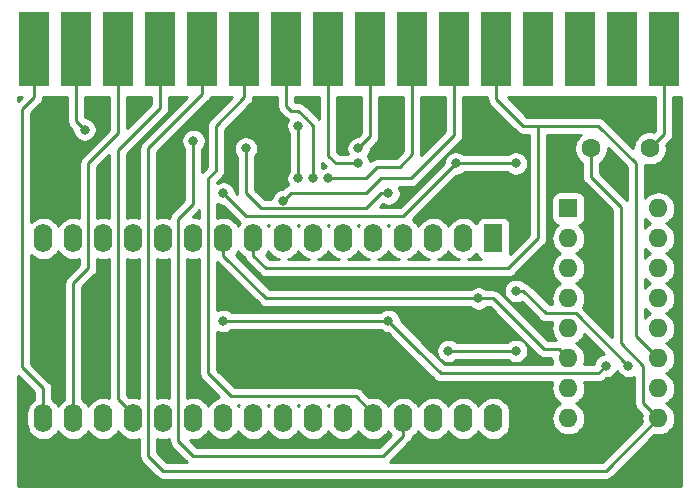
<source format=gbr>
G04 #@! TF.GenerationSoftware,KiCad,Pcbnew,(5.1.4)-1*
G04 #@! TF.CreationDate,2019-11-15T07:05:28+03:00*
G04 #@! TF.ProjectId,ApogeeRom,41706f67-6565-4526-9f6d-2e6b69636164,rev?*
G04 #@! TF.SameCoordinates,Original*
G04 #@! TF.FileFunction,Copper,L1,Top*
G04 #@! TF.FilePolarity,Positive*
%FSLAX46Y46*%
G04 Gerber Fmt 4.6, Leading zero omitted, Abs format (unit mm)*
G04 Created by KiCad (PCBNEW (5.1.4)-1) date 2019-11-15 07:05:28*
%MOMM*%
%LPD*%
G04 APERTURE LIST*
%ADD10C,1.600000*%
%ADD11R,2.540000X6.350000*%
%ADD12O,1.600000X1.600000*%
%ADD13R,1.600000X1.600000*%
%ADD14O,1.600000X2.400000*%
%ADD15R,1.600000X2.400000*%
%ADD16C,0.800000*%
%ADD17C,0.250000*%
%ADD18C,0.254000*%
G04 APERTURE END LIST*
D10*
X156765000Y-74930000D03*
X151765000Y-74930000D03*
D11*
X104648000Y-66548000D03*
X108204000Y-66548000D03*
X111760000Y-66548000D03*
X115316000Y-66548000D03*
X118872000Y-66548000D03*
X122428000Y-66548000D03*
X125984000Y-66548000D03*
X129540000Y-66548000D03*
X133096000Y-66548000D03*
X136652000Y-66548000D03*
X140208000Y-66548000D03*
X143764000Y-66548000D03*
X147320000Y-66548000D03*
X150876000Y-66548000D03*
X154432000Y-66548000D03*
X157988000Y-66548000D03*
D12*
X157480000Y-80010000D03*
X149860000Y-97790000D03*
X157480000Y-82550000D03*
X149860000Y-95250000D03*
X157480000Y-85090000D03*
X149860000Y-92710000D03*
X157480000Y-87630000D03*
X149860000Y-90170000D03*
X157480000Y-90170000D03*
X149860000Y-87630000D03*
X157480000Y-92710000D03*
X149860000Y-85090000D03*
X157480000Y-95250000D03*
X149860000Y-82550000D03*
X157480000Y-97790000D03*
D13*
X149860000Y-80010000D03*
D14*
X143510000Y-97790000D03*
X105410000Y-82550000D03*
X140970000Y-97790000D03*
X107950000Y-82550000D03*
X138430000Y-97790000D03*
X110490000Y-82550000D03*
X135890000Y-97790000D03*
X113030000Y-82550000D03*
X133350000Y-97790000D03*
X115570000Y-82550000D03*
X130810000Y-97790000D03*
X118110000Y-82550000D03*
X128270000Y-97790000D03*
X120650000Y-82550000D03*
X125730000Y-97790000D03*
X123190000Y-82550000D03*
X123190000Y-97790000D03*
X125730000Y-82550000D03*
X120650000Y-97790000D03*
X128270000Y-82550000D03*
X118110000Y-97790000D03*
X130810000Y-82550000D03*
X115570000Y-97790000D03*
X133350000Y-82550000D03*
X113030000Y-97790000D03*
X135890000Y-82550000D03*
X110490000Y-97790000D03*
X138430000Y-82550000D03*
X107950000Y-97790000D03*
X140970000Y-82550000D03*
X105410000Y-97790000D03*
D15*
X143510000Y-82550000D03*
D16*
X127000000Y-77470000D03*
X127000000Y-73025000D03*
X154940000Y-93345000D03*
X145415000Y-86995000D03*
X120650000Y-78740000D03*
X140335000Y-76200000D03*
X145415000Y-76200000D03*
X142240000Y-87630000D03*
X120650000Y-89535000D03*
X139700000Y-92075000D03*
X145415000Y-92075000D03*
X134620000Y-78740000D03*
X108902500Y-73342500D03*
X118110000Y-74295000D03*
X153035000Y-93345000D03*
X132080000Y-74930000D03*
X125730000Y-79375000D03*
X129540000Y-77470000D03*
X132080000Y-76200000D03*
X134620000Y-89535000D03*
X128270000Y-77470000D03*
X122555000Y-74930000D03*
D17*
X143510000Y-82550000D02*
X143510000Y-82150000D01*
X105410000Y-97790000D02*
X105410000Y-95250000D01*
X105410000Y-95250000D02*
X103632000Y-93472000D01*
X103632000Y-93472000D02*
X103632000Y-71628000D01*
X104648000Y-70612000D02*
X104648000Y-66548000D01*
X103632000Y-71628000D02*
X104648000Y-70612000D01*
X108204000Y-72644000D02*
X108204000Y-66548000D01*
X113030000Y-97790000D02*
X113030000Y-97390000D01*
X127000000Y-76200000D02*
X127000000Y-73660000D01*
X155575000Y-90805000D02*
X157480000Y-92710000D01*
X155575000Y-77470000D02*
X155575000Y-90805000D01*
X156210000Y-96520000D02*
X157480000Y-97790000D01*
X156210000Y-93345000D02*
X156210000Y-96520000D01*
X154305000Y-91440000D02*
X156210000Y-93345000D01*
X154305000Y-79871370D02*
X154305000Y-91440000D01*
X151765000Y-76200000D02*
X151765000Y-77331370D01*
X151765000Y-77331370D02*
X154305000Y-79871370D01*
X133350000Y-97390000D02*
X131845000Y-95885000D01*
X133350000Y-97790000D02*
X133350000Y-97390000D01*
X131845000Y-95885000D02*
X121285000Y-95885000D01*
X121285000Y-95885000D02*
X119380000Y-93980000D01*
X123190000Y-84000000D02*
X124280000Y-85090000D01*
X123190000Y-82550000D02*
X123190000Y-84000000D01*
X124280000Y-85090000D02*
X144780000Y-85090000D01*
X144780000Y-85090000D02*
X147320000Y-82550000D01*
X120650000Y-78740000D02*
X122555000Y-80645000D01*
X135890000Y-80645000D02*
X140335000Y-76200000D01*
X122555000Y-80645000D02*
X135890000Y-80645000D01*
X140335000Y-76200000D02*
X145415000Y-76200000D01*
X145415000Y-86995000D02*
X146050000Y-86995000D01*
X146050000Y-86995000D02*
X147955000Y-88900000D01*
X147955000Y-88900000D02*
X150495000Y-88900000D01*
X141674315Y-87630000D02*
X142240000Y-87630000D01*
X124280000Y-87630000D02*
X141674315Y-87630000D01*
X120650000Y-84000000D02*
X124280000Y-87630000D01*
X120650000Y-82550000D02*
X120650000Y-84000000D01*
X139700000Y-92075000D02*
X145415000Y-92075000D01*
X108902500Y-73342500D02*
X108204000Y-72644000D01*
X107950000Y-97790000D02*
X107950000Y-86360000D01*
X107950000Y-86360000D02*
X109220000Y-85090000D01*
X109220000Y-85090000D02*
X109220000Y-76200000D01*
X111760000Y-73660000D02*
X111760000Y-66548000D01*
X109220000Y-76200000D02*
X111760000Y-73660000D01*
X113030000Y-97390000D02*
X111760000Y-96120000D01*
X111760000Y-75057000D02*
X115316000Y-71501000D01*
X111760000Y-96120000D02*
X111760000Y-75057000D01*
X115316000Y-71501000D02*
X115316000Y-66548000D01*
X118872000Y-66548000D02*
X118872000Y-68453000D01*
X153035000Y-102235000D02*
X157480000Y-97790000D01*
X115570000Y-102235000D02*
X153035000Y-102235000D01*
X114300000Y-100965000D02*
X115570000Y-102235000D01*
X114300000Y-74930000D02*
X114300000Y-100965000D01*
X118872000Y-70358000D02*
X114300000Y-74930000D01*
X118872000Y-66548000D02*
X118872000Y-70358000D01*
X118110000Y-78740000D02*
X118110000Y-79610000D01*
X118110000Y-74295000D02*
X118110000Y-78740000D01*
X118110000Y-79610000D02*
X116840000Y-80880000D01*
X116840000Y-80880000D02*
X116840000Y-99695000D01*
X116840000Y-99695000D02*
X118110000Y-100965000D01*
X134165000Y-100965000D02*
X132715000Y-100965000D01*
X135890000Y-99240000D02*
X134165000Y-100965000D01*
X135890000Y-97790000D02*
X135890000Y-99240000D01*
X118110000Y-100965000D02*
X132715000Y-100965000D01*
X132715000Y-100965000D02*
X133350000Y-100965000D01*
X134620000Y-78740000D02*
X133985000Y-78740000D01*
X132715000Y-80010000D02*
X123825000Y-80010000D01*
X133985000Y-78740000D02*
X132715000Y-80010000D01*
X123825000Y-80010000D02*
X122555000Y-78740000D01*
X122555000Y-78740000D02*
X122555000Y-74930000D01*
X136652000Y-71628000D02*
X136652000Y-66548000D01*
X127000000Y-71755000D02*
X126365000Y-71755000D01*
X125984000Y-71374000D02*
X125984000Y-66548000D01*
X126365000Y-71755000D02*
X125984000Y-71374000D01*
X140208000Y-73787000D02*
X140208000Y-66548000D01*
X136525000Y-77470000D02*
X140208000Y-73787000D01*
X133985000Y-77470000D02*
X136525000Y-77470000D01*
X132715000Y-78740000D02*
X133985000Y-77470000D01*
X132715000Y-77470000D02*
X129540000Y-77470000D01*
X135572500Y-76517500D02*
X133667500Y-76517500D01*
X136652000Y-75438000D02*
X135572500Y-76517500D01*
X136652000Y-66548000D02*
X136652000Y-75438000D01*
X129540000Y-73025000D02*
X129540000Y-66548000D01*
X150495000Y-88900000D02*
X154940000Y-93345000D01*
X143510000Y-87630000D02*
X147790001Y-91910001D01*
X142240000Y-87630000D02*
X143510000Y-87630000D01*
X147790001Y-91910001D02*
X149060001Y-91910001D01*
X149060001Y-91910001D02*
X149860000Y-92710000D01*
X157988000Y-73707000D02*
X156765000Y-74930000D01*
X157988000Y-66548000D02*
X157988000Y-73707000D01*
X151765000Y-76200000D02*
X151765000Y-74930000D01*
X155575000Y-77470000D02*
X155575000Y-76200000D01*
X147320000Y-74295000D02*
X147320000Y-73529000D01*
X147320000Y-82550000D02*
X147320000Y-74295000D01*
X143764000Y-66548000D02*
X143764000Y-69973000D01*
X143764000Y-69973000D02*
X143764000Y-70739000D01*
X143764000Y-70739000D02*
X146050000Y-73025000D01*
X146050000Y-73025000D02*
X150999000Y-73025000D01*
X147320000Y-74295000D02*
X147320000Y-73025000D01*
X146050000Y-73025000D02*
X152400000Y-73025000D01*
X155575000Y-76200000D02*
X152400000Y-73025000D01*
X137160000Y-92075000D02*
X134620000Y-89535000D01*
X139065000Y-93980000D02*
X137160000Y-92075000D01*
X153035000Y-93345000D02*
X152400000Y-93980000D01*
X152400000Y-93980000D02*
X139065000Y-93980000D01*
X134620000Y-89535000D02*
X120650000Y-89535000D01*
X133096000Y-66548000D02*
X133096000Y-73279000D01*
X122428000Y-70612000D02*
X122428000Y-66548000D01*
X120015000Y-73025000D02*
X122428000Y-70612000D01*
X120015000Y-76835000D02*
X119380000Y-77470000D01*
X120015000Y-73025000D02*
X120015000Y-76835000D01*
X119380000Y-93980000D02*
X119380000Y-77470000D01*
X128270000Y-73025000D02*
X127635000Y-72390000D01*
X128270000Y-76835000D02*
X128270000Y-73025000D01*
X127635000Y-72390000D02*
X127000000Y-71755000D01*
X122555000Y-74930000D02*
X122555000Y-74930000D01*
X128270000Y-73025000D02*
X128270000Y-77470000D01*
X127000000Y-73025000D02*
X127000000Y-77470000D01*
X133096000Y-73914000D02*
X132080000Y-74930000D01*
X133096000Y-66548000D02*
X133096000Y-73914000D01*
X129540000Y-66548000D02*
X129540000Y-75565000D01*
X130175000Y-76200000D02*
X132080000Y-76200000D01*
X129540000Y-75565000D02*
X130175000Y-76200000D01*
X133667500Y-76517500D02*
X132715000Y-77470000D01*
X126365000Y-78740000D02*
X125730000Y-79375000D01*
X126365000Y-78740000D02*
X132715000Y-78740000D01*
D18*
G36*
X159360001Y-103480000D02*
G01*
X103276000Y-103480000D01*
X103276000Y-94190801D01*
X104650001Y-95564803D01*
X104650001Y-96169099D01*
X104608900Y-96191068D01*
X104390393Y-96370392D01*
X104211068Y-96588899D01*
X104077818Y-96838192D01*
X103995764Y-97108691D01*
X103975000Y-97319508D01*
X103975000Y-98260491D01*
X103995764Y-98471308D01*
X104077818Y-98741807D01*
X104211068Y-98991100D01*
X104390392Y-99209607D01*
X104608899Y-99388932D01*
X104858192Y-99522182D01*
X105128691Y-99604236D01*
X105410000Y-99631943D01*
X105691308Y-99604236D01*
X105961807Y-99522182D01*
X106211100Y-99388932D01*
X106429607Y-99209608D01*
X106608932Y-98991101D01*
X106680000Y-98858142D01*
X106751068Y-98991100D01*
X106930392Y-99209607D01*
X107148899Y-99388932D01*
X107398192Y-99522182D01*
X107668691Y-99604236D01*
X107950000Y-99631943D01*
X108231308Y-99604236D01*
X108501807Y-99522182D01*
X108751100Y-99388932D01*
X108969607Y-99209608D01*
X109148932Y-98991101D01*
X109220000Y-98858142D01*
X109291068Y-98991100D01*
X109470392Y-99209607D01*
X109688899Y-99388932D01*
X109938192Y-99522182D01*
X110208691Y-99604236D01*
X110490000Y-99631943D01*
X110771308Y-99604236D01*
X111041807Y-99522182D01*
X111291100Y-99388932D01*
X111509607Y-99209608D01*
X111688932Y-98991101D01*
X111760000Y-98858142D01*
X111831068Y-98991100D01*
X112010392Y-99209607D01*
X112228899Y-99388932D01*
X112478192Y-99522182D01*
X112748691Y-99604236D01*
X113030000Y-99631943D01*
X113311308Y-99604236D01*
X113540001Y-99534864D01*
X113540001Y-100927667D01*
X113536324Y-100965000D01*
X113550998Y-101113985D01*
X113594454Y-101257246D01*
X113665026Y-101389276D01*
X113735379Y-101475000D01*
X113760000Y-101505001D01*
X113788998Y-101528799D01*
X115006201Y-102746003D01*
X115029999Y-102775001D01*
X115145724Y-102869974D01*
X115277753Y-102940546D01*
X115421014Y-102984003D01*
X115532667Y-102995000D01*
X115532676Y-102995000D01*
X115569999Y-102998676D01*
X115607322Y-102995000D01*
X152997678Y-102995000D01*
X153035000Y-102998676D01*
X153072322Y-102995000D01*
X153072333Y-102995000D01*
X153183986Y-102984003D01*
X153327247Y-102940546D01*
X153459276Y-102869974D01*
X153575001Y-102775001D01*
X153598804Y-102745997D01*
X157154094Y-99190708D01*
X157198691Y-99204236D01*
X157409508Y-99225000D01*
X157550492Y-99225000D01*
X157761309Y-99204236D01*
X158031808Y-99122182D01*
X158281101Y-98988932D01*
X158499608Y-98809608D01*
X158678932Y-98591101D01*
X158812182Y-98341808D01*
X158894236Y-98071309D01*
X158921943Y-97790000D01*
X158894236Y-97508691D01*
X158812182Y-97238192D01*
X158678932Y-96988899D01*
X158499608Y-96770392D01*
X158281101Y-96591068D01*
X158148142Y-96520000D01*
X158281101Y-96448932D01*
X158499608Y-96269608D01*
X158678932Y-96051101D01*
X158812182Y-95801808D01*
X158894236Y-95531309D01*
X158921943Y-95250000D01*
X158894236Y-94968691D01*
X158812182Y-94698192D01*
X158678932Y-94448899D01*
X158499608Y-94230392D01*
X158281101Y-94051068D01*
X158148142Y-93980000D01*
X158281101Y-93908932D01*
X158499608Y-93729608D01*
X158678932Y-93511101D01*
X158812182Y-93261808D01*
X158894236Y-92991309D01*
X158921943Y-92710000D01*
X158894236Y-92428691D01*
X158812182Y-92158192D01*
X158678932Y-91908899D01*
X158499608Y-91690392D01*
X158281101Y-91511068D01*
X158148142Y-91440000D01*
X158281101Y-91368932D01*
X158499608Y-91189608D01*
X158678932Y-90971101D01*
X158812182Y-90721808D01*
X158894236Y-90451309D01*
X158921943Y-90170000D01*
X158894236Y-89888691D01*
X158812182Y-89618192D01*
X158678932Y-89368899D01*
X158499608Y-89150392D01*
X158281101Y-88971068D01*
X158148142Y-88900000D01*
X158281101Y-88828932D01*
X158499608Y-88649608D01*
X158678932Y-88431101D01*
X158812182Y-88181808D01*
X158894236Y-87911309D01*
X158921943Y-87630000D01*
X158894236Y-87348691D01*
X158812182Y-87078192D01*
X158678932Y-86828899D01*
X158499608Y-86610392D01*
X158281101Y-86431068D01*
X158148142Y-86360000D01*
X158281101Y-86288932D01*
X158499608Y-86109608D01*
X158678932Y-85891101D01*
X158812182Y-85641808D01*
X158894236Y-85371309D01*
X158921943Y-85090000D01*
X158894236Y-84808691D01*
X158812182Y-84538192D01*
X158678932Y-84288899D01*
X158499608Y-84070392D01*
X158281101Y-83891068D01*
X158148142Y-83820000D01*
X158281101Y-83748932D01*
X158499608Y-83569608D01*
X158678932Y-83351101D01*
X158812182Y-83101808D01*
X158894236Y-82831309D01*
X158921943Y-82550000D01*
X158894236Y-82268691D01*
X158812182Y-81998192D01*
X158678932Y-81748899D01*
X158499608Y-81530392D01*
X158281101Y-81351068D01*
X158148142Y-81280000D01*
X158281101Y-81208932D01*
X158499608Y-81029608D01*
X158678932Y-80811101D01*
X158812182Y-80561808D01*
X158894236Y-80291309D01*
X158921943Y-80010000D01*
X158894236Y-79728691D01*
X158812182Y-79458192D01*
X158678932Y-79208899D01*
X158499608Y-78990392D01*
X158281101Y-78811068D01*
X158031808Y-78677818D01*
X157761309Y-78595764D01*
X157550492Y-78575000D01*
X157409508Y-78575000D01*
X157198691Y-78595764D01*
X156928192Y-78677818D01*
X156678899Y-78811068D01*
X156460392Y-78990392D01*
X156335000Y-79143183D01*
X156335000Y-76305120D01*
X156346426Y-76309853D01*
X156623665Y-76365000D01*
X156906335Y-76365000D01*
X157183574Y-76309853D01*
X157444727Y-76201680D01*
X157679759Y-76044637D01*
X157879637Y-75844759D01*
X158036680Y-75609727D01*
X158144853Y-75348574D01*
X158200000Y-75071335D01*
X158200000Y-74788665D01*
X158163688Y-74606114D01*
X158499003Y-74270799D01*
X158528001Y-74247001D01*
X158622974Y-74131276D01*
X158693546Y-73999247D01*
X158737003Y-73855986D01*
X158748000Y-73744333D01*
X158748000Y-73744324D01*
X158751676Y-73707001D01*
X158748000Y-73669678D01*
X158748000Y-70612000D01*
X159360000Y-70612000D01*
X159360001Y-103480000D01*
X159360001Y-103480000D01*
G37*
X159360001Y-103480000D02*
X103276000Y-103480000D01*
X103276000Y-94190801D01*
X104650001Y-95564803D01*
X104650001Y-96169099D01*
X104608900Y-96191068D01*
X104390393Y-96370392D01*
X104211068Y-96588899D01*
X104077818Y-96838192D01*
X103995764Y-97108691D01*
X103975000Y-97319508D01*
X103975000Y-98260491D01*
X103995764Y-98471308D01*
X104077818Y-98741807D01*
X104211068Y-98991100D01*
X104390392Y-99209607D01*
X104608899Y-99388932D01*
X104858192Y-99522182D01*
X105128691Y-99604236D01*
X105410000Y-99631943D01*
X105691308Y-99604236D01*
X105961807Y-99522182D01*
X106211100Y-99388932D01*
X106429607Y-99209608D01*
X106608932Y-98991101D01*
X106680000Y-98858142D01*
X106751068Y-98991100D01*
X106930392Y-99209607D01*
X107148899Y-99388932D01*
X107398192Y-99522182D01*
X107668691Y-99604236D01*
X107950000Y-99631943D01*
X108231308Y-99604236D01*
X108501807Y-99522182D01*
X108751100Y-99388932D01*
X108969607Y-99209608D01*
X109148932Y-98991101D01*
X109220000Y-98858142D01*
X109291068Y-98991100D01*
X109470392Y-99209607D01*
X109688899Y-99388932D01*
X109938192Y-99522182D01*
X110208691Y-99604236D01*
X110490000Y-99631943D01*
X110771308Y-99604236D01*
X111041807Y-99522182D01*
X111291100Y-99388932D01*
X111509607Y-99209608D01*
X111688932Y-98991101D01*
X111760000Y-98858142D01*
X111831068Y-98991100D01*
X112010392Y-99209607D01*
X112228899Y-99388932D01*
X112478192Y-99522182D01*
X112748691Y-99604236D01*
X113030000Y-99631943D01*
X113311308Y-99604236D01*
X113540001Y-99534864D01*
X113540001Y-100927667D01*
X113536324Y-100965000D01*
X113550998Y-101113985D01*
X113594454Y-101257246D01*
X113665026Y-101389276D01*
X113735379Y-101475000D01*
X113760000Y-101505001D01*
X113788998Y-101528799D01*
X115006201Y-102746003D01*
X115029999Y-102775001D01*
X115145724Y-102869974D01*
X115277753Y-102940546D01*
X115421014Y-102984003D01*
X115532667Y-102995000D01*
X115532676Y-102995000D01*
X115569999Y-102998676D01*
X115607322Y-102995000D01*
X152997678Y-102995000D01*
X153035000Y-102998676D01*
X153072322Y-102995000D01*
X153072333Y-102995000D01*
X153183986Y-102984003D01*
X153327247Y-102940546D01*
X153459276Y-102869974D01*
X153575001Y-102775001D01*
X153598804Y-102745997D01*
X157154094Y-99190708D01*
X157198691Y-99204236D01*
X157409508Y-99225000D01*
X157550492Y-99225000D01*
X157761309Y-99204236D01*
X158031808Y-99122182D01*
X158281101Y-98988932D01*
X158499608Y-98809608D01*
X158678932Y-98591101D01*
X158812182Y-98341808D01*
X158894236Y-98071309D01*
X158921943Y-97790000D01*
X158894236Y-97508691D01*
X158812182Y-97238192D01*
X158678932Y-96988899D01*
X158499608Y-96770392D01*
X158281101Y-96591068D01*
X158148142Y-96520000D01*
X158281101Y-96448932D01*
X158499608Y-96269608D01*
X158678932Y-96051101D01*
X158812182Y-95801808D01*
X158894236Y-95531309D01*
X158921943Y-95250000D01*
X158894236Y-94968691D01*
X158812182Y-94698192D01*
X158678932Y-94448899D01*
X158499608Y-94230392D01*
X158281101Y-94051068D01*
X158148142Y-93980000D01*
X158281101Y-93908932D01*
X158499608Y-93729608D01*
X158678932Y-93511101D01*
X158812182Y-93261808D01*
X158894236Y-92991309D01*
X158921943Y-92710000D01*
X158894236Y-92428691D01*
X158812182Y-92158192D01*
X158678932Y-91908899D01*
X158499608Y-91690392D01*
X158281101Y-91511068D01*
X158148142Y-91440000D01*
X158281101Y-91368932D01*
X158499608Y-91189608D01*
X158678932Y-90971101D01*
X158812182Y-90721808D01*
X158894236Y-90451309D01*
X158921943Y-90170000D01*
X158894236Y-89888691D01*
X158812182Y-89618192D01*
X158678932Y-89368899D01*
X158499608Y-89150392D01*
X158281101Y-88971068D01*
X158148142Y-88900000D01*
X158281101Y-88828932D01*
X158499608Y-88649608D01*
X158678932Y-88431101D01*
X158812182Y-88181808D01*
X158894236Y-87911309D01*
X158921943Y-87630000D01*
X158894236Y-87348691D01*
X158812182Y-87078192D01*
X158678932Y-86828899D01*
X158499608Y-86610392D01*
X158281101Y-86431068D01*
X158148142Y-86360000D01*
X158281101Y-86288932D01*
X158499608Y-86109608D01*
X158678932Y-85891101D01*
X158812182Y-85641808D01*
X158894236Y-85371309D01*
X158921943Y-85090000D01*
X158894236Y-84808691D01*
X158812182Y-84538192D01*
X158678932Y-84288899D01*
X158499608Y-84070392D01*
X158281101Y-83891068D01*
X158148142Y-83820000D01*
X158281101Y-83748932D01*
X158499608Y-83569608D01*
X158678932Y-83351101D01*
X158812182Y-83101808D01*
X158894236Y-82831309D01*
X158921943Y-82550000D01*
X158894236Y-82268691D01*
X158812182Y-81998192D01*
X158678932Y-81748899D01*
X158499608Y-81530392D01*
X158281101Y-81351068D01*
X158148142Y-81280000D01*
X158281101Y-81208932D01*
X158499608Y-81029608D01*
X158678932Y-80811101D01*
X158812182Y-80561808D01*
X158894236Y-80291309D01*
X158921943Y-80010000D01*
X158894236Y-79728691D01*
X158812182Y-79458192D01*
X158678932Y-79208899D01*
X158499608Y-78990392D01*
X158281101Y-78811068D01*
X158031808Y-78677818D01*
X157761309Y-78595764D01*
X157550492Y-78575000D01*
X157409508Y-78575000D01*
X157198691Y-78595764D01*
X156928192Y-78677818D01*
X156678899Y-78811068D01*
X156460392Y-78990392D01*
X156335000Y-79143183D01*
X156335000Y-76305120D01*
X156346426Y-76309853D01*
X156623665Y-76365000D01*
X156906335Y-76365000D01*
X157183574Y-76309853D01*
X157444727Y-76201680D01*
X157679759Y-76044637D01*
X157879637Y-75844759D01*
X158036680Y-75609727D01*
X158144853Y-75348574D01*
X158200000Y-75071335D01*
X158200000Y-74788665D01*
X158163688Y-74606114D01*
X158499003Y-74270799D01*
X158528001Y-74247001D01*
X158622974Y-74131276D01*
X158693546Y-73999247D01*
X158737003Y-73855986D01*
X158748000Y-73744333D01*
X158748000Y-73744324D01*
X158751676Y-73707001D01*
X158748000Y-73669678D01*
X158748000Y-70612000D01*
X159360000Y-70612000D01*
X159360001Y-103480000D01*
G36*
X116080001Y-99657667D02*
G01*
X116076324Y-99695000D01*
X116090998Y-99843985D01*
X116134454Y-99987246D01*
X116205026Y-100119276D01*
X116272362Y-100201324D01*
X116300000Y-100235001D01*
X116328998Y-100258799D01*
X117545198Y-101475000D01*
X115884802Y-101475000D01*
X115060000Y-100650199D01*
X115060000Y-99534864D01*
X115288691Y-99604236D01*
X115570000Y-99631943D01*
X115851308Y-99604236D01*
X116080001Y-99534864D01*
X116080001Y-99657667D01*
X116080001Y-99657667D01*
G37*
X116080001Y-99657667D02*
X116076324Y-99695000D01*
X116090998Y-99843985D01*
X116134454Y-99987246D01*
X116205026Y-100119276D01*
X116272362Y-100201324D01*
X116300000Y-100235001D01*
X116328998Y-100258799D01*
X117545198Y-101475000D01*
X115884802Y-101475000D01*
X115060000Y-100650199D01*
X115060000Y-99534864D01*
X115288691Y-99604236D01*
X115570000Y-99631943D01*
X115851308Y-99604236D01*
X116080001Y-99534864D01*
X116080001Y-99657667D01*
G36*
X133960226Y-90338937D02*
G01*
X134129744Y-90452205D01*
X134318102Y-90530226D01*
X134518061Y-90570000D01*
X134580199Y-90570000D01*
X136648996Y-92638799D01*
X136649007Y-92638808D01*
X138501200Y-94491002D01*
X138524999Y-94520001D01*
X138640724Y-94614974D01*
X138772753Y-94685546D01*
X138916014Y-94729003D01*
X139027667Y-94740000D01*
X139027677Y-94740000D01*
X139065000Y-94743676D01*
X139102323Y-94740000D01*
X148515136Y-94740000D01*
X148445764Y-94968691D01*
X148418057Y-95250000D01*
X148445764Y-95531309D01*
X148527818Y-95801808D01*
X148661068Y-96051101D01*
X148840392Y-96269608D01*
X149058899Y-96448932D01*
X149191858Y-96520000D01*
X149058899Y-96591068D01*
X148840392Y-96770392D01*
X148661068Y-96988899D01*
X148527818Y-97238192D01*
X148445764Y-97508691D01*
X148418057Y-97790000D01*
X148445764Y-98071309D01*
X148527818Y-98341808D01*
X148661068Y-98591101D01*
X148840392Y-98809608D01*
X149058899Y-98988932D01*
X149308192Y-99122182D01*
X149578691Y-99204236D01*
X149789508Y-99225000D01*
X149930492Y-99225000D01*
X150141309Y-99204236D01*
X150411808Y-99122182D01*
X150661101Y-98988932D01*
X150879608Y-98809608D01*
X151058932Y-98591101D01*
X151192182Y-98341808D01*
X151274236Y-98071309D01*
X151301943Y-97790000D01*
X151274236Y-97508691D01*
X151192182Y-97238192D01*
X151058932Y-96988899D01*
X150879608Y-96770392D01*
X150661101Y-96591068D01*
X150528142Y-96520000D01*
X150661101Y-96448932D01*
X150879608Y-96269608D01*
X151058932Y-96051101D01*
X151192182Y-95801808D01*
X151274236Y-95531309D01*
X151301943Y-95250000D01*
X151274236Y-94968691D01*
X151204864Y-94740000D01*
X152362678Y-94740000D01*
X152400000Y-94743676D01*
X152437322Y-94740000D01*
X152437333Y-94740000D01*
X152548986Y-94729003D01*
X152692247Y-94685546D01*
X152824276Y-94614974D01*
X152940001Y-94520001D01*
X152963803Y-94490998D01*
X153074801Y-94380000D01*
X153136939Y-94380000D01*
X153336898Y-94340226D01*
X153525256Y-94262205D01*
X153694774Y-94148937D01*
X153838937Y-94004774D01*
X153952205Y-93835256D01*
X153987500Y-93750047D01*
X154022795Y-93835256D01*
X154136063Y-94004774D01*
X154280226Y-94148937D01*
X154449744Y-94262205D01*
X154638102Y-94340226D01*
X154838061Y-94380000D01*
X155041939Y-94380000D01*
X155241898Y-94340226D01*
X155430256Y-94262205D01*
X155450000Y-94249012D01*
X155450001Y-96482668D01*
X155446324Y-96520000D01*
X155450001Y-96557333D01*
X155457553Y-96634003D01*
X155460998Y-96668985D01*
X155504454Y-96812246D01*
X155575026Y-96944276D01*
X155611648Y-96988899D01*
X155670000Y-97060001D01*
X155698998Y-97083799D01*
X156079292Y-97464094D01*
X156065764Y-97508691D01*
X156038057Y-97790000D01*
X156065764Y-98071309D01*
X156079292Y-98115906D01*
X152720199Y-101475000D01*
X134729801Y-101475000D01*
X136401008Y-99803795D01*
X136430001Y-99780001D01*
X136453795Y-99751008D01*
X136453799Y-99751004D01*
X136524973Y-99664277D01*
X136524974Y-99664276D01*
X136595546Y-99532247D01*
X136628941Y-99422157D01*
X136691100Y-99388932D01*
X136909607Y-99209608D01*
X137088932Y-98991101D01*
X137160000Y-98858142D01*
X137231068Y-98991100D01*
X137410392Y-99209607D01*
X137628899Y-99388932D01*
X137878192Y-99522182D01*
X138148691Y-99604236D01*
X138430000Y-99631943D01*
X138711308Y-99604236D01*
X138981807Y-99522182D01*
X139231100Y-99388932D01*
X139449607Y-99209608D01*
X139628932Y-98991101D01*
X139700000Y-98858142D01*
X139771068Y-98991100D01*
X139950392Y-99209607D01*
X140168899Y-99388932D01*
X140418192Y-99522182D01*
X140688691Y-99604236D01*
X140970000Y-99631943D01*
X141251308Y-99604236D01*
X141521807Y-99522182D01*
X141771100Y-99388932D01*
X141989607Y-99209608D01*
X142168932Y-98991101D01*
X142240000Y-98858142D01*
X142311068Y-98991100D01*
X142490392Y-99209607D01*
X142708899Y-99388932D01*
X142958192Y-99522182D01*
X143228691Y-99604236D01*
X143510000Y-99631943D01*
X143791308Y-99604236D01*
X144061807Y-99522182D01*
X144311100Y-99388932D01*
X144529607Y-99209608D01*
X144708932Y-98991101D01*
X144842182Y-98741808D01*
X144924236Y-98471309D01*
X144945000Y-98260492D01*
X144945000Y-97319509D01*
X144924236Y-97108691D01*
X144842182Y-96838192D01*
X144708932Y-96588899D01*
X144529608Y-96370392D01*
X144311101Y-96191068D01*
X144061808Y-96057818D01*
X143791309Y-95975764D01*
X143510000Y-95948057D01*
X143228692Y-95975764D01*
X142958193Y-96057818D01*
X142708900Y-96191068D01*
X142490393Y-96370392D01*
X142311068Y-96588899D01*
X142240000Y-96721858D01*
X142168932Y-96588899D01*
X141989608Y-96370392D01*
X141771101Y-96191068D01*
X141521808Y-96057818D01*
X141251309Y-95975764D01*
X140970000Y-95948057D01*
X140688692Y-95975764D01*
X140418193Y-96057818D01*
X140168900Y-96191068D01*
X139950393Y-96370392D01*
X139771068Y-96588899D01*
X139700000Y-96721858D01*
X139628932Y-96588899D01*
X139449608Y-96370392D01*
X139231101Y-96191068D01*
X138981808Y-96057818D01*
X138711309Y-95975764D01*
X138430000Y-95948057D01*
X138148692Y-95975764D01*
X137878193Y-96057818D01*
X137628900Y-96191068D01*
X137410393Y-96370392D01*
X137231068Y-96588899D01*
X137160000Y-96721858D01*
X137088932Y-96588899D01*
X136909608Y-96370392D01*
X136691101Y-96191068D01*
X136441808Y-96057818D01*
X136171309Y-95975764D01*
X135890000Y-95948057D01*
X135608692Y-95975764D01*
X135338193Y-96057818D01*
X135088900Y-96191068D01*
X134870393Y-96370392D01*
X134691068Y-96588899D01*
X134620000Y-96721858D01*
X134548932Y-96588899D01*
X134369608Y-96370392D01*
X134151101Y-96191068D01*
X133901808Y-96057818D01*
X133631309Y-95975764D01*
X133350000Y-95948057D01*
X133068692Y-95975764D01*
X133024094Y-95989292D01*
X132408803Y-95374002D01*
X132385001Y-95344999D01*
X132269276Y-95250026D01*
X132137247Y-95179454D01*
X131993986Y-95135997D01*
X131882333Y-95125000D01*
X131882322Y-95125000D01*
X131845000Y-95121324D01*
X131807678Y-95125000D01*
X121599802Y-95125000D01*
X120140000Y-93665199D01*
X120140000Y-90439013D01*
X120159744Y-90452205D01*
X120348102Y-90530226D01*
X120548061Y-90570000D01*
X120751939Y-90570000D01*
X120951898Y-90530226D01*
X121140256Y-90452205D01*
X121309774Y-90338937D01*
X121353711Y-90295000D01*
X133916289Y-90295000D01*
X133960226Y-90338937D01*
X133960226Y-90338937D01*
G37*
X133960226Y-90338937D02*
X134129744Y-90452205D01*
X134318102Y-90530226D01*
X134518061Y-90570000D01*
X134580199Y-90570000D01*
X136648996Y-92638799D01*
X136649007Y-92638808D01*
X138501200Y-94491002D01*
X138524999Y-94520001D01*
X138640724Y-94614974D01*
X138772753Y-94685546D01*
X138916014Y-94729003D01*
X139027667Y-94740000D01*
X139027677Y-94740000D01*
X139065000Y-94743676D01*
X139102323Y-94740000D01*
X148515136Y-94740000D01*
X148445764Y-94968691D01*
X148418057Y-95250000D01*
X148445764Y-95531309D01*
X148527818Y-95801808D01*
X148661068Y-96051101D01*
X148840392Y-96269608D01*
X149058899Y-96448932D01*
X149191858Y-96520000D01*
X149058899Y-96591068D01*
X148840392Y-96770392D01*
X148661068Y-96988899D01*
X148527818Y-97238192D01*
X148445764Y-97508691D01*
X148418057Y-97790000D01*
X148445764Y-98071309D01*
X148527818Y-98341808D01*
X148661068Y-98591101D01*
X148840392Y-98809608D01*
X149058899Y-98988932D01*
X149308192Y-99122182D01*
X149578691Y-99204236D01*
X149789508Y-99225000D01*
X149930492Y-99225000D01*
X150141309Y-99204236D01*
X150411808Y-99122182D01*
X150661101Y-98988932D01*
X150879608Y-98809608D01*
X151058932Y-98591101D01*
X151192182Y-98341808D01*
X151274236Y-98071309D01*
X151301943Y-97790000D01*
X151274236Y-97508691D01*
X151192182Y-97238192D01*
X151058932Y-96988899D01*
X150879608Y-96770392D01*
X150661101Y-96591068D01*
X150528142Y-96520000D01*
X150661101Y-96448932D01*
X150879608Y-96269608D01*
X151058932Y-96051101D01*
X151192182Y-95801808D01*
X151274236Y-95531309D01*
X151301943Y-95250000D01*
X151274236Y-94968691D01*
X151204864Y-94740000D01*
X152362678Y-94740000D01*
X152400000Y-94743676D01*
X152437322Y-94740000D01*
X152437333Y-94740000D01*
X152548986Y-94729003D01*
X152692247Y-94685546D01*
X152824276Y-94614974D01*
X152940001Y-94520001D01*
X152963803Y-94490998D01*
X153074801Y-94380000D01*
X153136939Y-94380000D01*
X153336898Y-94340226D01*
X153525256Y-94262205D01*
X153694774Y-94148937D01*
X153838937Y-94004774D01*
X153952205Y-93835256D01*
X153987500Y-93750047D01*
X154022795Y-93835256D01*
X154136063Y-94004774D01*
X154280226Y-94148937D01*
X154449744Y-94262205D01*
X154638102Y-94340226D01*
X154838061Y-94380000D01*
X155041939Y-94380000D01*
X155241898Y-94340226D01*
X155430256Y-94262205D01*
X155450000Y-94249012D01*
X155450001Y-96482668D01*
X155446324Y-96520000D01*
X155450001Y-96557333D01*
X155457553Y-96634003D01*
X155460998Y-96668985D01*
X155504454Y-96812246D01*
X155575026Y-96944276D01*
X155611648Y-96988899D01*
X155670000Y-97060001D01*
X155698998Y-97083799D01*
X156079292Y-97464094D01*
X156065764Y-97508691D01*
X156038057Y-97790000D01*
X156065764Y-98071309D01*
X156079292Y-98115906D01*
X152720199Y-101475000D01*
X134729801Y-101475000D01*
X136401008Y-99803795D01*
X136430001Y-99780001D01*
X136453795Y-99751008D01*
X136453799Y-99751004D01*
X136524973Y-99664277D01*
X136524974Y-99664276D01*
X136595546Y-99532247D01*
X136628941Y-99422157D01*
X136691100Y-99388932D01*
X136909607Y-99209608D01*
X137088932Y-98991101D01*
X137160000Y-98858142D01*
X137231068Y-98991100D01*
X137410392Y-99209607D01*
X137628899Y-99388932D01*
X137878192Y-99522182D01*
X138148691Y-99604236D01*
X138430000Y-99631943D01*
X138711308Y-99604236D01*
X138981807Y-99522182D01*
X139231100Y-99388932D01*
X139449607Y-99209608D01*
X139628932Y-98991101D01*
X139700000Y-98858142D01*
X139771068Y-98991100D01*
X139950392Y-99209607D01*
X140168899Y-99388932D01*
X140418192Y-99522182D01*
X140688691Y-99604236D01*
X140970000Y-99631943D01*
X141251308Y-99604236D01*
X141521807Y-99522182D01*
X141771100Y-99388932D01*
X141989607Y-99209608D01*
X142168932Y-98991101D01*
X142240000Y-98858142D01*
X142311068Y-98991100D01*
X142490392Y-99209607D01*
X142708899Y-99388932D01*
X142958192Y-99522182D01*
X143228691Y-99604236D01*
X143510000Y-99631943D01*
X143791308Y-99604236D01*
X144061807Y-99522182D01*
X144311100Y-99388932D01*
X144529607Y-99209608D01*
X144708932Y-98991101D01*
X144842182Y-98741808D01*
X144924236Y-98471309D01*
X144945000Y-98260492D01*
X144945000Y-97319509D01*
X144924236Y-97108691D01*
X144842182Y-96838192D01*
X144708932Y-96588899D01*
X144529608Y-96370392D01*
X144311101Y-96191068D01*
X144061808Y-96057818D01*
X143791309Y-95975764D01*
X143510000Y-95948057D01*
X143228692Y-95975764D01*
X142958193Y-96057818D01*
X142708900Y-96191068D01*
X142490393Y-96370392D01*
X142311068Y-96588899D01*
X142240000Y-96721858D01*
X142168932Y-96588899D01*
X141989608Y-96370392D01*
X141771101Y-96191068D01*
X141521808Y-96057818D01*
X141251309Y-95975764D01*
X140970000Y-95948057D01*
X140688692Y-95975764D01*
X140418193Y-96057818D01*
X140168900Y-96191068D01*
X139950393Y-96370392D01*
X139771068Y-96588899D01*
X139700000Y-96721858D01*
X139628932Y-96588899D01*
X139449608Y-96370392D01*
X139231101Y-96191068D01*
X138981808Y-96057818D01*
X138711309Y-95975764D01*
X138430000Y-95948057D01*
X138148692Y-95975764D01*
X137878193Y-96057818D01*
X137628900Y-96191068D01*
X137410393Y-96370392D01*
X137231068Y-96588899D01*
X137160000Y-96721858D01*
X137088932Y-96588899D01*
X136909608Y-96370392D01*
X136691101Y-96191068D01*
X136441808Y-96057818D01*
X136171309Y-95975764D01*
X135890000Y-95948057D01*
X135608692Y-95975764D01*
X135338193Y-96057818D01*
X135088900Y-96191068D01*
X134870393Y-96370392D01*
X134691068Y-96588899D01*
X134620000Y-96721858D01*
X134548932Y-96588899D01*
X134369608Y-96370392D01*
X134151101Y-96191068D01*
X133901808Y-96057818D01*
X133631309Y-95975764D01*
X133350000Y-95948057D01*
X133068692Y-95975764D01*
X133024094Y-95989292D01*
X132408803Y-95374002D01*
X132385001Y-95344999D01*
X132269276Y-95250026D01*
X132137247Y-95179454D01*
X131993986Y-95135997D01*
X131882333Y-95125000D01*
X131882322Y-95125000D01*
X131845000Y-95121324D01*
X131807678Y-95125000D01*
X121599802Y-95125000D01*
X120140000Y-93665199D01*
X120140000Y-90439013D01*
X120159744Y-90452205D01*
X120348102Y-90530226D01*
X120548061Y-90570000D01*
X120751939Y-90570000D01*
X120951898Y-90530226D01*
X121140256Y-90452205D01*
X121309774Y-90338937D01*
X121353711Y-90295000D01*
X133916289Y-90295000D01*
X133960226Y-90338937D01*
G36*
X134691068Y-98991100D02*
G01*
X134859213Y-99195985D01*
X133850199Y-100205000D01*
X118424802Y-100205000D01*
X117822011Y-99602210D01*
X117828691Y-99604236D01*
X118110000Y-99631943D01*
X118391308Y-99604236D01*
X118661807Y-99522182D01*
X118911100Y-99388932D01*
X119129607Y-99209608D01*
X119308932Y-98991101D01*
X119380000Y-98858142D01*
X119451068Y-98991100D01*
X119630392Y-99209607D01*
X119848899Y-99388932D01*
X120098192Y-99522182D01*
X120368691Y-99604236D01*
X120650000Y-99631943D01*
X120931308Y-99604236D01*
X121201807Y-99522182D01*
X121451100Y-99388932D01*
X121669607Y-99209608D01*
X121848932Y-98991101D01*
X121920000Y-98858142D01*
X121991068Y-98991100D01*
X122170392Y-99209607D01*
X122388899Y-99388932D01*
X122638192Y-99522182D01*
X122908691Y-99604236D01*
X123190000Y-99631943D01*
X123471308Y-99604236D01*
X123741807Y-99522182D01*
X123991100Y-99388932D01*
X124209607Y-99209608D01*
X124388932Y-98991101D01*
X124460000Y-98858142D01*
X124531068Y-98991100D01*
X124710392Y-99209607D01*
X124928899Y-99388932D01*
X125178192Y-99522182D01*
X125448691Y-99604236D01*
X125730000Y-99631943D01*
X126011308Y-99604236D01*
X126281807Y-99522182D01*
X126531100Y-99388932D01*
X126749607Y-99209608D01*
X126928932Y-98991101D01*
X127000000Y-98858142D01*
X127071068Y-98991100D01*
X127250392Y-99209607D01*
X127468899Y-99388932D01*
X127718192Y-99522182D01*
X127988691Y-99604236D01*
X128270000Y-99631943D01*
X128551308Y-99604236D01*
X128821807Y-99522182D01*
X129071100Y-99388932D01*
X129289607Y-99209608D01*
X129468932Y-98991101D01*
X129540000Y-98858142D01*
X129611068Y-98991100D01*
X129790392Y-99209607D01*
X130008899Y-99388932D01*
X130258192Y-99522182D01*
X130528691Y-99604236D01*
X130810000Y-99631943D01*
X131091308Y-99604236D01*
X131361807Y-99522182D01*
X131611100Y-99388932D01*
X131829607Y-99209608D01*
X132008932Y-98991101D01*
X132080000Y-98858142D01*
X132151068Y-98991100D01*
X132330392Y-99209607D01*
X132548899Y-99388932D01*
X132798192Y-99522182D01*
X133068691Y-99604236D01*
X133350000Y-99631943D01*
X133631308Y-99604236D01*
X133901807Y-99522182D01*
X134151100Y-99388932D01*
X134369607Y-99209608D01*
X134548932Y-98991101D01*
X134620000Y-98858142D01*
X134691068Y-98991100D01*
X134691068Y-98991100D01*
G37*
X134691068Y-98991100D02*
X134859213Y-99195985D01*
X133850199Y-100205000D01*
X118424802Y-100205000D01*
X117822011Y-99602210D01*
X117828691Y-99604236D01*
X118110000Y-99631943D01*
X118391308Y-99604236D01*
X118661807Y-99522182D01*
X118911100Y-99388932D01*
X119129607Y-99209608D01*
X119308932Y-98991101D01*
X119380000Y-98858142D01*
X119451068Y-98991100D01*
X119630392Y-99209607D01*
X119848899Y-99388932D01*
X120098192Y-99522182D01*
X120368691Y-99604236D01*
X120650000Y-99631943D01*
X120931308Y-99604236D01*
X121201807Y-99522182D01*
X121451100Y-99388932D01*
X121669607Y-99209608D01*
X121848932Y-98991101D01*
X121920000Y-98858142D01*
X121991068Y-98991100D01*
X122170392Y-99209607D01*
X122388899Y-99388932D01*
X122638192Y-99522182D01*
X122908691Y-99604236D01*
X123190000Y-99631943D01*
X123471308Y-99604236D01*
X123741807Y-99522182D01*
X123991100Y-99388932D01*
X124209607Y-99209608D01*
X124388932Y-98991101D01*
X124460000Y-98858142D01*
X124531068Y-98991100D01*
X124710392Y-99209607D01*
X124928899Y-99388932D01*
X125178192Y-99522182D01*
X125448691Y-99604236D01*
X125730000Y-99631943D01*
X126011308Y-99604236D01*
X126281807Y-99522182D01*
X126531100Y-99388932D01*
X126749607Y-99209608D01*
X126928932Y-98991101D01*
X127000000Y-98858142D01*
X127071068Y-98991100D01*
X127250392Y-99209607D01*
X127468899Y-99388932D01*
X127718192Y-99522182D01*
X127988691Y-99604236D01*
X128270000Y-99631943D01*
X128551308Y-99604236D01*
X128821807Y-99522182D01*
X129071100Y-99388932D01*
X129289607Y-99209608D01*
X129468932Y-98991101D01*
X129540000Y-98858142D01*
X129611068Y-98991100D01*
X129790392Y-99209607D01*
X130008899Y-99388932D01*
X130258192Y-99522182D01*
X130528691Y-99604236D01*
X130810000Y-99631943D01*
X131091308Y-99604236D01*
X131361807Y-99522182D01*
X131611100Y-99388932D01*
X131829607Y-99209608D01*
X132008932Y-98991101D01*
X132080000Y-98858142D01*
X132151068Y-98991100D01*
X132330392Y-99209607D01*
X132548899Y-99388932D01*
X132798192Y-99522182D01*
X133068691Y-99604236D01*
X133350000Y-99631943D01*
X133631308Y-99604236D01*
X133901807Y-99522182D01*
X134151100Y-99388932D01*
X134369607Y-99209608D01*
X134548932Y-98991101D01*
X134620000Y-98858142D01*
X134691068Y-98991100D01*
G36*
X118620000Y-93942678D02*
G01*
X118616324Y-93980000D01*
X118620000Y-94017322D01*
X118620000Y-94017332D01*
X118630997Y-94128985D01*
X118645728Y-94177546D01*
X118674454Y-94272246D01*
X118745026Y-94404276D01*
X118781648Y-94448899D01*
X118839999Y-94520001D01*
X118869003Y-94543804D01*
X120316726Y-95991528D01*
X120098193Y-96057818D01*
X119848900Y-96191068D01*
X119630393Y-96370392D01*
X119451068Y-96588899D01*
X119380000Y-96721858D01*
X119308932Y-96588899D01*
X119129608Y-96370392D01*
X118911101Y-96191068D01*
X118661808Y-96057818D01*
X118391309Y-95975764D01*
X118110000Y-95948057D01*
X117828692Y-95975764D01*
X117600000Y-96045136D01*
X117600000Y-84294864D01*
X117828691Y-84364236D01*
X118110000Y-84391943D01*
X118391308Y-84364236D01*
X118620001Y-84294864D01*
X118620000Y-93942678D01*
X118620000Y-93942678D01*
G37*
X118620000Y-93942678D02*
X118616324Y-93980000D01*
X118620000Y-94017322D01*
X118620000Y-94017332D01*
X118630997Y-94128985D01*
X118645728Y-94177546D01*
X118674454Y-94272246D01*
X118745026Y-94404276D01*
X118781648Y-94448899D01*
X118839999Y-94520001D01*
X118869003Y-94543804D01*
X120316726Y-95991528D01*
X120098193Y-96057818D01*
X119848900Y-96191068D01*
X119630393Y-96370392D01*
X119451068Y-96588899D01*
X119380000Y-96721858D01*
X119308932Y-96588899D01*
X119129608Y-96370392D01*
X118911101Y-96191068D01*
X118661808Y-96057818D01*
X118391309Y-95975764D01*
X118110000Y-95948057D01*
X117828692Y-95975764D01*
X117600000Y-96045136D01*
X117600000Y-84294864D01*
X117828691Y-84364236D01*
X118110000Y-84391943D01*
X118391308Y-84364236D01*
X118620001Y-84294864D01*
X118620000Y-93942678D01*
G36*
X106751068Y-83751100D02*
G01*
X106930392Y-83969607D01*
X107148899Y-84148932D01*
X107398192Y-84282182D01*
X107668691Y-84364236D01*
X107950000Y-84391943D01*
X108231308Y-84364236D01*
X108460000Y-84294864D01*
X108460000Y-84775198D01*
X107438998Y-85796201D01*
X107410000Y-85819999D01*
X107386202Y-85848997D01*
X107386201Y-85848998D01*
X107315026Y-85935724D01*
X107244454Y-86067754D01*
X107214180Y-86167558D01*
X107200998Y-86211014D01*
X107190001Y-86322667D01*
X107186324Y-86360000D01*
X107190001Y-86397332D01*
X107190000Y-96169099D01*
X107148900Y-96191068D01*
X106930393Y-96370392D01*
X106751068Y-96588899D01*
X106680000Y-96721858D01*
X106608932Y-96588899D01*
X106429608Y-96370392D01*
X106211101Y-96191068D01*
X106170000Y-96169099D01*
X106170000Y-95287325D01*
X106173676Y-95250000D01*
X106170000Y-95212675D01*
X106170000Y-95212667D01*
X106159003Y-95101014D01*
X106115546Y-94957753D01*
X106044974Y-94825724D01*
X105950001Y-94709999D01*
X105921003Y-94686201D01*
X104392000Y-93157199D01*
X104392000Y-83970927D01*
X104608899Y-84148932D01*
X104858192Y-84282182D01*
X105128691Y-84364236D01*
X105410000Y-84391943D01*
X105691308Y-84364236D01*
X105961807Y-84282182D01*
X106211100Y-84148932D01*
X106429607Y-83969608D01*
X106608932Y-83751101D01*
X106680000Y-83618142D01*
X106751068Y-83751100D01*
X106751068Y-83751100D01*
G37*
X106751068Y-83751100D02*
X106930392Y-83969607D01*
X107148899Y-84148932D01*
X107398192Y-84282182D01*
X107668691Y-84364236D01*
X107950000Y-84391943D01*
X108231308Y-84364236D01*
X108460000Y-84294864D01*
X108460000Y-84775198D01*
X107438998Y-85796201D01*
X107410000Y-85819999D01*
X107386202Y-85848997D01*
X107386201Y-85848998D01*
X107315026Y-85935724D01*
X107244454Y-86067754D01*
X107214180Y-86167558D01*
X107200998Y-86211014D01*
X107190001Y-86322667D01*
X107186324Y-86360000D01*
X107190001Y-86397332D01*
X107190000Y-96169099D01*
X107148900Y-96191068D01*
X106930393Y-96370392D01*
X106751068Y-96588899D01*
X106680000Y-96721858D01*
X106608932Y-96588899D01*
X106429608Y-96370392D01*
X106211101Y-96191068D01*
X106170000Y-96169099D01*
X106170000Y-95287325D01*
X106173676Y-95250000D01*
X106170000Y-95212675D01*
X106170000Y-95212667D01*
X106159003Y-95101014D01*
X106115546Y-94957753D01*
X106044974Y-94825724D01*
X105950001Y-94709999D01*
X105921003Y-94686201D01*
X104392000Y-93157199D01*
X104392000Y-83970927D01*
X104608899Y-84148932D01*
X104858192Y-84282182D01*
X105128691Y-84364236D01*
X105410000Y-84391943D01*
X105691308Y-84364236D01*
X105961807Y-84282182D01*
X106211100Y-84148932D01*
X106429607Y-83969608D01*
X106608932Y-83751101D01*
X106680000Y-83618142D01*
X106751068Y-83751100D01*
G36*
X129540000Y-96721858D02*
G01*
X129498919Y-96645000D01*
X129581081Y-96645000D01*
X129540000Y-96721858D01*
X129540000Y-96721858D01*
G37*
X129540000Y-96721858D02*
X129498919Y-96645000D01*
X129581081Y-96645000D01*
X129540000Y-96721858D01*
G36*
X111000000Y-96045136D02*
G01*
X110771309Y-95975764D01*
X110490000Y-95948057D01*
X110208692Y-95975764D01*
X109938193Y-96057818D01*
X109688900Y-96191068D01*
X109470393Y-96370392D01*
X109291068Y-96588899D01*
X109220000Y-96721858D01*
X109148932Y-96588899D01*
X108969608Y-96370392D01*
X108751101Y-96191068D01*
X108710000Y-96169099D01*
X108710000Y-86674801D01*
X109731004Y-85653798D01*
X109760001Y-85630001D01*
X109854974Y-85514276D01*
X109925546Y-85382247D01*
X109969003Y-85238986D01*
X109980000Y-85127333D01*
X109980000Y-85127324D01*
X109983676Y-85090001D01*
X109980000Y-85052678D01*
X109980000Y-84294864D01*
X110208691Y-84364236D01*
X110490000Y-84391943D01*
X110771308Y-84364236D01*
X111000001Y-84294864D01*
X111000000Y-96045136D01*
X111000000Y-96045136D01*
G37*
X111000000Y-96045136D02*
X110771309Y-95975764D01*
X110490000Y-95948057D01*
X110208692Y-95975764D01*
X109938193Y-96057818D01*
X109688900Y-96191068D01*
X109470393Y-96370392D01*
X109291068Y-96588899D01*
X109220000Y-96721858D01*
X109148932Y-96588899D01*
X108969608Y-96370392D01*
X108751101Y-96191068D01*
X108710000Y-96169099D01*
X108710000Y-86674801D01*
X109731004Y-85653798D01*
X109760001Y-85630001D01*
X109854974Y-85514276D01*
X109925546Y-85382247D01*
X109969003Y-85238986D01*
X109980000Y-85127333D01*
X109980000Y-85127324D01*
X109983676Y-85090001D01*
X109980000Y-85052678D01*
X109980000Y-84294864D01*
X110208691Y-84364236D01*
X110490000Y-84391943D01*
X110771308Y-84364236D01*
X111000001Y-84294864D01*
X111000000Y-96045136D01*
G36*
X127000000Y-96721858D02*
G01*
X126958919Y-96645000D01*
X127041081Y-96645000D01*
X127000000Y-96721858D01*
X127000000Y-96721858D01*
G37*
X127000000Y-96721858D02*
X126958919Y-96645000D01*
X127041081Y-96645000D01*
X127000000Y-96721858D01*
G36*
X121920000Y-96721858D02*
G01*
X121878919Y-96645000D01*
X121961081Y-96645000D01*
X121920000Y-96721858D01*
X121920000Y-96721858D01*
G37*
X121920000Y-96721858D02*
X121878919Y-96645000D01*
X121961081Y-96645000D01*
X121920000Y-96721858D01*
G36*
X124460000Y-96721858D02*
G01*
X124418919Y-96645000D01*
X124501081Y-96645000D01*
X124460000Y-96721858D01*
X124460000Y-96721858D01*
G37*
X124460000Y-96721858D02*
X124418919Y-96645000D01*
X124501081Y-96645000D01*
X124460000Y-96721858D01*
G36*
X113540001Y-96045136D02*
G01*
X113311309Y-95975764D01*
X113030000Y-95948057D01*
X112748692Y-95975764D01*
X112704094Y-95989293D01*
X112520000Y-95805199D01*
X112520000Y-84294864D01*
X112748691Y-84364236D01*
X113030000Y-84391943D01*
X113311308Y-84364236D01*
X113540000Y-84294864D01*
X113540001Y-96045136D01*
X113540001Y-96045136D01*
G37*
X113540001Y-96045136D02*
X113311309Y-95975764D01*
X113030000Y-95948057D01*
X112748692Y-95975764D01*
X112704094Y-95989293D01*
X112520000Y-95805199D01*
X112520000Y-84294864D01*
X112748691Y-84364236D01*
X113030000Y-84391943D01*
X113311308Y-84364236D01*
X113540000Y-84294864D01*
X113540001Y-96045136D01*
G36*
X116080001Y-96045136D02*
G01*
X115851309Y-95975764D01*
X115570000Y-95948057D01*
X115288692Y-95975764D01*
X115060000Y-96045136D01*
X115060000Y-84294864D01*
X115288691Y-84364236D01*
X115570000Y-84391943D01*
X115851308Y-84364236D01*
X116080000Y-84294864D01*
X116080001Y-96045136D01*
X116080001Y-96045136D01*
G37*
X116080001Y-96045136D02*
X115851309Y-95975764D01*
X115570000Y-95948057D01*
X115288692Y-95975764D01*
X115060000Y-96045136D01*
X115060000Y-84294864D01*
X115288691Y-84364236D01*
X115570000Y-84391943D01*
X115851308Y-84364236D01*
X116080000Y-84294864D01*
X116080001Y-96045136D01*
G36*
X123716200Y-88141002D02*
G01*
X123739999Y-88170001D01*
X123855724Y-88264974D01*
X123987753Y-88335546D01*
X124131014Y-88379003D01*
X124242667Y-88390000D01*
X124242676Y-88390000D01*
X124279999Y-88393676D01*
X124317322Y-88390000D01*
X141536289Y-88390000D01*
X141580226Y-88433937D01*
X141749744Y-88547205D01*
X141938102Y-88625226D01*
X142138061Y-88665000D01*
X142341939Y-88665000D01*
X142541898Y-88625226D01*
X142730256Y-88547205D01*
X142899774Y-88433937D01*
X142943711Y-88390000D01*
X143195199Y-88390000D01*
X147226206Y-92421009D01*
X147250000Y-92450002D01*
X147278993Y-92473796D01*
X147278997Y-92473800D01*
X147349686Y-92531812D01*
X147365725Y-92544975D01*
X147497754Y-92615547D01*
X147641015Y-92659004D01*
X147752668Y-92670001D01*
X147752677Y-92670001D01*
X147790000Y-92673677D01*
X147827323Y-92670001D01*
X148421997Y-92670001D01*
X148418057Y-92710000D01*
X148445764Y-92991309D01*
X148515136Y-93220000D01*
X139379802Y-93220000D01*
X138132863Y-91973061D01*
X138665000Y-91973061D01*
X138665000Y-92176939D01*
X138704774Y-92376898D01*
X138782795Y-92565256D01*
X138896063Y-92734774D01*
X139040226Y-92878937D01*
X139209744Y-92992205D01*
X139398102Y-93070226D01*
X139598061Y-93110000D01*
X139801939Y-93110000D01*
X140001898Y-93070226D01*
X140190256Y-92992205D01*
X140359774Y-92878937D01*
X140403711Y-92835000D01*
X144711289Y-92835000D01*
X144755226Y-92878937D01*
X144924744Y-92992205D01*
X145113102Y-93070226D01*
X145313061Y-93110000D01*
X145516939Y-93110000D01*
X145716898Y-93070226D01*
X145905256Y-92992205D01*
X146074774Y-92878937D01*
X146218937Y-92734774D01*
X146332205Y-92565256D01*
X146410226Y-92376898D01*
X146450000Y-92176939D01*
X146450000Y-91973061D01*
X146410226Y-91773102D01*
X146332205Y-91584744D01*
X146218937Y-91415226D01*
X146074774Y-91271063D01*
X145905256Y-91157795D01*
X145716898Y-91079774D01*
X145516939Y-91040000D01*
X145313061Y-91040000D01*
X145113102Y-91079774D01*
X144924744Y-91157795D01*
X144755226Y-91271063D01*
X144711289Y-91315000D01*
X140403711Y-91315000D01*
X140359774Y-91271063D01*
X140190256Y-91157795D01*
X140001898Y-91079774D01*
X139801939Y-91040000D01*
X139598061Y-91040000D01*
X139398102Y-91079774D01*
X139209744Y-91157795D01*
X139040226Y-91271063D01*
X138896063Y-91415226D01*
X138782795Y-91584744D01*
X138704774Y-91773102D01*
X138665000Y-91973061D01*
X138132863Y-91973061D01*
X137723808Y-91564007D01*
X137723799Y-91563996D01*
X135655000Y-89495199D01*
X135655000Y-89433061D01*
X135615226Y-89233102D01*
X135537205Y-89044744D01*
X135423937Y-88875226D01*
X135279774Y-88731063D01*
X135110256Y-88617795D01*
X134921898Y-88539774D01*
X134721939Y-88500000D01*
X134518061Y-88500000D01*
X134318102Y-88539774D01*
X134129744Y-88617795D01*
X133960226Y-88731063D01*
X133916289Y-88775000D01*
X121353711Y-88775000D01*
X121309774Y-88731063D01*
X121140256Y-88617795D01*
X120951898Y-88539774D01*
X120751939Y-88500000D01*
X120548061Y-88500000D01*
X120348102Y-88539774D01*
X120159744Y-88617795D01*
X120140000Y-88630987D01*
X120140000Y-84564801D01*
X123716200Y-88141002D01*
X123716200Y-88141002D01*
G37*
X123716200Y-88141002D02*
X123739999Y-88170001D01*
X123855724Y-88264974D01*
X123987753Y-88335546D01*
X124131014Y-88379003D01*
X124242667Y-88390000D01*
X124242676Y-88390000D01*
X124279999Y-88393676D01*
X124317322Y-88390000D01*
X141536289Y-88390000D01*
X141580226Y-88433937D01*
X141749744Y-88547205D01*
X141938102Y-88625226D01*
X142138061Y-88665000D01*
X142341939Y-88665000D01*
X142541898Y-88625226D01*
X142730256Y-88547205D01*
X142899774Y-88433937D01*
X142943711Y-88390000D01*
X143195199Y-88390000D01*
X147226206Y-92421009D01*
X147250000Y-92450002D01*
X147278993Y-92473796D01*
X147278997Y-92473800D01*
X147349686Y-92531812D01*
X147365725Y-92544975D01*
X147497754Y-92615547D01*
X147641015Y-92659004D01*
X147752668Y-92670001D01*
X147752677Y-92670001D01*
X147790000Y-92673677D01*
X147827323Y-92670001D01*
X148421997Y-92670001D01*
X148418057Y-92710000D01*
X148445764Y-92991309D01*
X148515136Y-93220000D01*
X139379802Y-93220000D01*
X138132863Y-91973061D01*
X138665000Y-91973061D01*
X138665000Y-92176939D01*
X138704774Y-92376898D01*
X138782795Y-92565256D01*
X138896063Y-92734774D01*
X139040226Y-92878937D01*
X139209744Y-92992205D01*
X139398102Y-93070226D01*
X139598061Y-93110000D01*
X139801939Y-93110000D01*
X140001898Y-93070226D01*
X140190256Y-92992205D01*
X140359774Y-92878937D01*
X140403711Y-92835000D01*
X144711289Y-92835000D01*
X144755226Y-92878937D01*
X144924744Y-92992205D01*
X145113102Y-93070226D01*
X145313061Y-93110000D01*
X145516939Y-93110000D01*
X145716898Y-93070226D01*
X145905256Y-92992205D01*
X146074774Y-92878937D01*
X146218937Y-92734774D01*
X146332205Y-92565256D01*
X146410226Y-92376898D01*
X146450000Y-92176939D01*
X146450000Y-91973061D01*
X146410226Y-91773102D01*
X146332205Y-91584744D01*
X146218937Y-91415226D01*
X146074774Y-91271063D01*
X145905256Y-91157795D01*
X145716898Y-91079774D01*
X145516939Y-91040000D01*
X145313061Y-91040000D01*
X145113102Y-91079774D01*
X144924744Y-91157795D01*
X144755226Y-91271063D01*
X144711289Y-91315000D01*
X140403711Y-91315000D01*
X140359774Y-91271063D01*
X140190256Y-91157795D01*
X140001898Y-91079774D01*
X139801939Y-91040000D01*
X139598061Y-91040000D01*
X139398102Y-91079774D01*
X139209744Y-91157795D01*
X139040226Y-91271063D01*
X138896063Y-91415226D01*
X138782795Y-91584744D01*
X138704774Y-91773102D01*
X138665000Y-91973061D01*
X138132863Y-91973061D01*
X137723808Y-91564007D01*
X137723799Y-91563996D01*
X135655000Y-89495199D01*
X135655000Y-89433061D01*
X135615226Y-89233102D01*
X135537205Y-89044744D01*
X135423937Y-88875226D01*
X135279774Y-88731063D01*
X135110256Y-88617795D01*
X134921898Y-88539774D01*
X134721939Y-88500000D01*
X134518061Y-88500000D01*
X134318102Y-88539774D01*
X134129744Y-88617795D01*
X133960226Y-88731063D01*
X133916289Y-88775000D01*
X121353711Y-88775000D01*
X121309774Y-88731063D01*
X121140256Y-88617795D01*
X120951898Y-88539774D01*
X120751939Y-88500000D01*
X120548061Y-88500000D01*
X120348102Y-88539774D01*
X120159744Y-88617795D01*
X120140000Y-88630987D01*
X120140000Y-84564801D01*
X123716200Y-88141002D01*
G36*
X152847264Y-92327066D02*
G01*
X152733102Y-92349774D01*
X152544744Y-92427795D01*
X152375226Y-92541063D01*
X152231063Y-92685226D01*
X152117795Y-92854744D01*
X152039774Y-93043102D01*
X152004587Y-93220000D01*
X151204864Y-93220000D01*
X151274236Y-92991309D01*
X151301943Y-92710000D01*
X151274236Y-92428691D01*
X151192182Y-92158192D01*
X151058932Y-91908899D01*
X150879608Y-91690392D01*
X150661101Y-91511068D01*
X150528142Y-91440000D01*
X150661101Y-91368932D01*
X150879608Y-91189608D01*
X151058932Y-90971101D01*
X151192182Y-90721808D01*
X151203778Y-90683580D01*
X152847264Y-92327066D01*
X152847264Y-92327066D01*
G37*
X152847264Y-92327066D02*
X152733102Y-92349774D01*
X152544744Y-92427795D01*
X152375226Y-92541063D01*
X152231063Y-92685226D01*
X152117795Y-92854744D01*
X152039774Y-93043102D01*
X152004587Y-93220000D01*
X151204864Y-93220000D01*
X151274236Y-92991309D01*
X151301943Y-92710000D01*
X151274236Y-92428691D01*
X151192182Y-92158192D01*
X151058932Y-91908899D01*
X150879608Y-91690392D01*
X150661101Y-91511068D01*
X150528142Y-91440000D01*
X150661101Y-91368932D01*
X150879608Y-91189608D01*
X151058932Y-90971101D01*
X151192182Y-90721808D01*
X151203778Y-90683580D01*
X152847264Y-92327066D01*
G36*
X150850241Y-73815363D02*
G01*
X150650363Y-74015241D01*
X150493320Y-74250273D01*
X150385147Y-74511426D01*
X150330000Y-74788665D01*
X150330000Y-75071335D01*
X150385147Y-75348574D01*
X150493320Y-75609727D01*
X150650363Y-75844759D01*
X150850241Y-76044637D01*
X151005000Y-76148043D01*
X151005000Y-76162668D01*
X151005001Y-77294038D01*
X151001324Y-77331370D01*
X151005001Y-77368703D01*
X151014976Y-77469974D01*
X151015998Y-77480355D01*
X151059454Y-77623616D01*
X151130026Y-77755646D01*
X151201201Y-77842372D01*
X151225000Y-77871371D01*
X151253998Y-77895169D01*
X153545000Y-80186173D01*
X153545001Y-90875199D01*
X151073551Y-88403750D01*
X151192182Y-88181808D01*
X151274236Y-87911309D01*
X151301943Y-87630000D01*
X151274236Y-87348691D01*
X151192182Y-87078192D01*
X151058932Y-86828899D01*
X150879608Y-86610392D01*
X150661101Y-86431068D01*
X150528142Y-86360000D01*
X150661101Y-86288932D01*
X150879608Y-86109608D01*
X151058932Y-85891101D01*
X151192182Y-85641808D01*
X151274236Y-85371309D01*
X151301943Y-85090000D01*
X151274236Y-84808691D01*
X151192182Y-84538192D01*
X151058932Y-84288899D01*
X150879608Y-84070392D01*
X150661101Y-83891068D01*
X150528142Y-83820000D01*
X150661101Y-83748932D01*
X150879608Y-83569608D01*
X151058932Y-83351101D01*
X151192182Y-83101808D01*
X151274236Y-82831309D01*
X151301943Y-82550000D01*
X151274236Y-82268691D01*
X151192182Y-81998192D01*
X151058932Y-81748899D01*
X150879608Y-81530392D01*
X150766518Y-81437581D01*
X150784482Y-81435812D01*
X150904180Y-81399502D01*
X151014494Y-81340537D01*
X151111185Y-81261185D01*
X151190537Y-81164494D01*
X151249502Y-81054180D01*
X151285812Y-80934482D01*
X151298072Y-80810000D01*
X151298072Y-79210000D01*
X151285812Y-79085518D01*
X151249502Y-78965820D01*
X151190537Y-78855506D01*
X151111185Y-78758815D01*
X151014494Y-78679463D01*
X150904180Y-78620498D01*
X150784482Y-78584188D01*
X150660000Y-78571928D01*
X149060000Y-78571928D01*
X148935518Y-78584188D01*
X148815820Y-78620498D01*
X148705506Y-78679463D01*
X148608815Y-78758815D01*
X148529463Y-78855506D01*
X148470498Y-78965820D01*
X148434188Y-79085518D01*
X148421928Y-79210000D01*
X148421928Y-80810000D01*
X148434188Y-80934482D01*
X148470498Y-81054180D01*
X148529463Y-81164494D01*
X148608815Y-81261185D01*
X148705506Y-81340537D01*
X148815820Y-81399502D01*
X148935518Y-81435812D01*
X148953482Y-81437581D01*
X148840392Y-81530392D01*
X148661068Y-81748899D01*
X148527818Y-81998192D01*
X148445764Y-82268691D01*
X148418057Y-82550000D01*
X148445764Y-82831309D01*
X148527818Y-83101808D01*
X148661068Y-83351101D01*
X148840392Y-83569608D01*
X149058899Y-83748932D01*
X149191858Y-83820000D01*
X149058899Y-83891068D01*
X148840392Y-84070392D01*
X148661068Y-84288899D01*
X148527818Y-84538192D01*
X148445764Y-84808691D01*
X148418057Y-85090000D01*
X148445764Y-85371309D01*
X148527818Y-85641808D01*
X148661068Y-85891101D01*
X148840392Y-86109608D01*
X149058899Y-86288932D01*
X149191858Y-86360000D01*
X149058899Y-86431068D01*
X148840392Y-86610392D01*
X148661068Y-86828899D01*
X148527818Y-87078192D01*
X148445764Y-87348691D01*
X148418057Y-87630000D01*
X148445764Y-87911309D01*
X148515136Y-88140000D01*
X148269802Y-88140000D01*
X146613804Y-86484003D01*
X146590001Y-86454999D01*
X146474276Y-86360026D01*
X146342247Y-86289454D01*
X146198986Y-86245997D01*
X146122139Y-86238428D01*
X146074774Y-86191063D01*
X145905256Y-86077795D01*
X145716898Y-85999774D01*
X145516939Y-85960000D01*
X145313061Y-85960000D01*
X145113102Y-85999774D01*
X144924744Y-86077795D01*
X144755226Y-86191063D01*
X144611063Y-86335226D01*
X144497795Y-86504744D01*
X144419774Y-86693102D01*
X144380000Y-86893061D01*
X144380000Y-87096939D01*
X144419774Y-87296898D01*
X144497795Y-87485256D01*
X144611063Y-87654774D01*
X144755226Y-87798937D01*
X144924744Y-87912205D01*
X145113102Y-87990226D01*
X145313061Y-88030000D01*
X145516939Y-88030000D01*
X145716898Y-87990226D01*
X145896168Y-87915969D01*
X147391200Y-89411002D01*
X147414999Y-89440001D01*
X147530724Y-89534974D01*
X147662753Y-89605546D01*
X147806014Y-89649003D01*
X147917667Y-89660000D01*
X147917677Y-89660000D01*
X147955000Y-89663676D01*
X147992323Y-89660000D01*
X148515136Y-89660000D01*
X148445764Y-89888691D01*
X148418057Y-90170000D01*
X148445764Y-90451309D01*
X148527818Y-90721808D01*
X148661068Y-90971101D01*
X148807887Y-91150001D01*
X148104804Y-91150001D01*
X144073804Y-87119003D01*
X144050001Y-87089999D01*
X143934276Y-86995026D01*
X143802247Y-86924454D01*
X143658986Y-86880997D01*
X143547333Y-86870000D01*
X143547322Y-86870000D01*
X143510000Y-86866324D01*
X143472678Y-86870000D01*
X142943711Y-86870000D01*
X142899774Y-86826063D01*
X142730256Y-86712795D01*
X142541898Y-86634774D01*
X142341939Y-86595000D01*
X142138061Y-86595000D01*
X141938102Y-86634774D01*
X141749744Y-86712795D01*
X141580226Y-86826063D01*
X141536289Y-86870000D01*
X124594802Y-86870000D01*
X121680787Y-83955986D01*
X121848932Y-83751101D01*
X121920000Y-83618142D01*
X121991068Y-83751100D01*
X122170392Y-83969607D01*
X122388899Y-84148932D01*
X122451061Y-84182158D01*
X122484454Y-84292246D01*
X122555026Y-84424276D01*
X122626201Y-84511002D01*
X122650000Y-84540001D01*
X122678998Y-84563799D01*
X123716201Y-85601003D01*
X123739999Y-85630001D01*
X123855724Y-85724974D01*
X123987753Y-85795546D01*
X124131014Y-85839003D01*
X124242667Y-85850000D01*
X124242675Y-85850000D01*
X124280000Y-85853676D01*
X124317325Y-85850000D01*
X144742678Y-85850000D01*
X144780000Y-85853676D01*
X144817322Y-85850000D01*
X144817333Y-85850000D01*
X144928986Y-85839003D01*
X145072247Y-85795546D01*
X145204276Y-85724974D01*
X145320001Y-85630001D01*
X145343804Y-85600997D01*
X147831009Y-83113794D01*
X147860001Y-83090001D01*
X147883795Y-83061008D01*
X147883799Y-83061004D01*
X147954973Y-82974277D01*
X147954974Y-82974276D01*
X148025546Y-82842247D01*
X148069003Y-82698986D01*
X148080000Y-82587333D01*
X148080000Y-82587324D01*
X148083676Y-82550001D01*
X148080000Y-82512678D01*
X148080000Y-73785000D01*
X150895683Y-73785000D01*
X150850241Y-73815363D01*
X150850241Y-73815363D01*
G37*
X150850241Y-73815363D02*
X150650363Y-74015241D01*
X150493320Y-74250273D01*
X150385147Y-74511426D01*
X150330000Y-74788665D01*
X150330000Y-75071335D01*
X150385147Y-75348574D01*
X150493320Y-75609727D01*
X150650363Y-75844759D01*
X150850241Y-76044637D01*
X151005000Y-76148043D01*
X151005000Y-76162668D01*
X151005001Y-77294038D01*
X151001324Y-77331370D01*
X151005001Y-77368703D01*
X151014976Y-77469974D01*
X151015998Y-77480355D01*
X151059454Y-77623616D01*
X151130026Y-77755646D01*
X151201201Y-77842372D01*
X151225000Y-77871371D01*
X151253998Y-77895169D01*
X153545000Y-80186173D01*
X153545001Y-90875199D01*
X151073551Y-88403750D01*
X151192182Y-88181808D01*
X151274236Y-87911309D01*
X151301943Y-87630000D01*
X151274236Y-87348691D01*
X151192182Y-87078192D01*
X151058932Y-86828899D01*
X150879608Y-86610392D01*
X150661101Y-86431068D01*
X150528142Y-86360000D01*
X150661101Y-86288932D01*
X150879608Y-86109608D01*
X151058932Y-85891101D01*
X151192182Y-85641808D01*
X151274236Y-85371309D01*
X151301943Y-85090000D01*
X151274236Y-84808691D01*
X151192182Y-84538192D01*
X151058932Y-84288899D01*
X150879608Y-84070392D01*
X150661101Y-83891068D01*
X150528142Y-83820000D01*
X150661101Y-83748932D01*
X150879608Y-83569608D01*
X151058932Y-83351101D01*
X151192182Y-83101808D01*
X151274236Y-82831309D01*
X151301943Y-82550000D01*
X151274236Y-82268691D01*
X151192182Y-81998192D01*
X151058932Y-81748899D01*
X150879608Y-81530392D01*
X150766518Y-81437581D01*
X150784482Y-81435812D01*
X150904180Y-81399502D01*
X151014494Y-81340537D01*
X151111185Y-81261185D01*
X151190537Y-81164494D01*
X151249502Y-81054180D01*
X151285812Y-80934482D01*
X151298072Y-80810000D01*
X151298072Y-79210000D01*
X151285812Y-79085518D01*
X151249502Y-78965820D01*
X151190537Y-78855506D01*
X151111185Y-78758815D01*
X151014494Y-78679463D01*
X150904180Y-78620498D01*
X150784482Y-78584188D01*
X150660000Y-78571928D01*
X149060000Y-78571928D01*
X148935518Y-78584188D01*
X148815820Y-78620498D01*
X148705506Y-78679463D01*
X148608815Y-78758815D01*
X148529463Y-78855506D01*
X148470498Y-78965820D01*
X148434188Y-79085518D01*
X148421928Y-79210000D01*
X148421928Y-80810000D01*
X148434188Y-80934482D01*
X148470498Y-81054180D01*
X148529463Y-81164494D01*
X148608815Y-81261185D01*
X148705506Y-81340537D01*
X148815820Y-81399502D01*
X148935518Y-81435812D01*
X148953482Y-81437581D01*
X148840392Y-81530392D01*
X148661068Y-81748899D01*
X148527818Y-81998192D01*
X148445764Y-82268691D01*
X148418057Y-82550000D01*
X148445764Y-82831309D01*
X148527818Y-83101808D01*
X148661068Y-83351101D01*
X148840392Y-83569608D01*
X149058899Y-83748932D01*
X149191858Y-83820000D01*
X149058899Y-83891068D01*
X148840392Y-84070392D01*
X148661068Y-84288899D01*
X148527818Y-84538192D01*
X148445764Y-84808691D01*
X148418057Y-85090000D01*
X148445764Y-85371309D01*
X148527818Y-85641808D01*
X148661068Y-85891101D01*
X148840392Y-86109608D01*
X149058899Y-86288932D01*
X149191858Y-86360000D01*
X149058899Y-86431068D01*
X148840392Y-86610392D01*
X148661068Y-86828899D01*
X148527818Y-87078192D01*
X148445764Y-87348691D01*
X148418057Y-87630000D01*
X148445764Y-87911309D01*
X148515136Y-88140000D01*
X148269802Y-88140000D01*
X146613804Y-86484003D01*
X146590001Y-86454999D01*
X146474276Y-86360026D01*
X146342247Y-86289454D01*
X146198986Y-86245997D01*
X146122139Y-86238428D01*
X146074774Y-86191063D01*
X145905256Y-86077795D01*
X145716898Y-85999774D01*
X145516939Y-85960000D01*
X145313061Y-85960000D01*
X145113102Y-85999774D01*
X144924744Y-86077795D01*
X144755226Y-86191063D01*
X144611063Y-86335226D01*
X144497795Y-86504744D01*
X144419774Y-86693102D01*
X144380000Y-86893061D01*
X144380000Y-87096939D01*
X144419774Y-87296898D01*
X144497795Y-87485256D01*
X144611063Y-87654774D01*
X144755226Y-87798937D01*
X144924744Y-87912205D01*
X145113102Y-87990226D01*
X145313061Y-88030000D01*
X145516939Y-88030000D01*
X145716898Y-87990226D01*
X145896168Y-87915969D01*
X147391200Y-89411002D01*
X147414999Y-89440001D01*
X147530724Y-89534974D01*
X147662753Y-89605546D01*
X147806014Y-89649003D01*
X147917667Y-89660000D01*
X147917677Y-89660000D01*
X147955000Y-89663676D01*
X147992323Y-89660000D01*
X148515136Y-89660000D01*
X148445764Y-89888691D01*
X148418057Y-90170000D01*
X148445764Y-90451309D01*
X148527818Y-90721808D01*
X148661068Y-90971101D01*
X148807887Y-91150001D01*
X148104804Y-91150001D01*
X144073804Y-87119003D01*
X144050001Y-87089999D01*
X143934276Y-86995026D01*
X143802247Y-86924454D01*
X143658986Y-86880997D01*
X143547333Y-86870000D01*
X143547322Y-86870000D01*
X143510000Y-86866324D01*
X143472678Y-86870000D01*
X142943711Y-86870000D01*
X142899774Y-86826063D01*
X142730256Y-86712795D01*
X142541898Y-86634774D01*
X142341939Y-86595000D01*
X142138061Y-86595000D01*
X141938102Y-86634774D01*
X141749744Y-86712795D01*
X141580226Y-86826063D01*
X141536289Y-86870000D01*
X124594802Y-86870000D01*
X121680787Y-83955986D01*
X121848932Y-83751101D01*
X121920000Y-83618142D01*
X121991068Y-83751100D01*
X122170392Y-83969607D01*
X122388899Y-84148932D01*
X122451061Y-84182158D01*
X122484454Y-84292246D01*
X122555026Y-84424276D01*
X122626201Y-84511002D01*
X122650000Y-84540001D01*
X122678998Y-84563799D01*
X123716201Y-85601003D01*
X123739999Y-85630001D01*
X123855724Y-85724974D01*
X123987753Y-85795546D01*
X124131014Y-85839003D01*
X124242667Y-85850000D01*
X124242675Y-85850000D01*
X124280000Y-85853676D01*
X124317325Y-85850000D01*
X144742678Y-85850000D01*
X144780000Y-85853676D01*
X144817322Y-85850000D01*
X144817333Y-85850000D01*
X144928986Y-85839003D01*
X145072247Y-85795546D01*
X145204276Y-85724974D01*
X145320001Y-85630001D01*
X145343804Y-85600997D01*
X147831009Y-83113794D01*
X147860001Y-83090001D01*
X147883795Y-83061008D01*
X147883799Y-83061004D01*
X147954973Y-82974277D01*
X147954974Y-82974276D01*
X148025546Y-82842247D01*
X148069003Y-82698986D01*
X148080000Y-82587333D01*
X148080000Y-82587324D01*
X148083676Y-82550001D01*
X148080000Y-82512678D01*
X148080000Y-73785000D01*
X150895683Y-73785000D01*
X150850241Y-73815363D01*
G36*
X156460392Y-88649608D02*
G01*
X156678899Y-88828932D01*
X156811858Y-88900000D01*
X156678899Y-88971068D01*
X156460392Y-89150392D01*
X156335000Y-89303183D01*
X156335000Y-88496817D01*
X156460392Y-88649608D01*
X156460392Y-88649608D01*
G37*
X156460392Y-88649608D02*
X156678899Y-88828932D01*
X156811858Y-88900000D01*
X156678899Y-88971068D01*
X156460392Y-89150392D01*
X156335000Y-89303183D01*
X156335000Y-88496817D01*
X156460392Y-88649608D01*
G36*
X156460392Y-86109608D02*
G01*
X156678899Y-86288932D01*
X156811858Y-86360000D01*
X156678899Y-86431068D01*
X156460392Y-86610392D01*
X156335000Y-86763183D01*
X156335000Y-85956817D01*
X156460392Y-86109608D01*
X156460392Y-86109608D01*
G37*
X156460392Y-86109608D02*
X156678899Y-86288932D01*
X156811858Y-86360000D01*
X156678899Y-86431068D01*
X156460392Y-86610392D01*
X156335000Y-86763183D01*
X156335000Y-85956817D01*
X156460392Y-86109608D01*
G36*
X142084188Y-83874482D02*
G01*
X142120498Y-83994180D01*
X142179463Y-84104494D01*
X142258815Y-84201185D01*
X142355506Y-84280537D01*
X142448043Y-84330000D01*
X141364170Y-84330000D01*
X141521807Y-84282182D01*
X141771100Y-84148932D01*
X141989607Y-83969608D01*
X142082419Y-83856517D01*
X142084188Y-83874482D01*
X142084188Y-83874482D01*
G37*
X142084188Y-83874482D02*
X142120498Y-83994180D01*
X142179463Y-84104494D01*
X142258815Y-84201185D01*
X142355506Y-84280537D01*
X142448043Y-84330000D01*
X141364170Y-84330000D01*
X141521807Y-84282182D01*
X141771100Y-84148932D01*
X141989607Y-83969608D01*
X142082419Y-83856517D01*
X142084188Y-83874482D01*
G36*
X129611068Y-83751100D02*
G01*
X129790392Y-83969607D01*
X130008899Y-84148932D01*
X130258192Y-84282182D01*
X130415829Y-84330000D01*
X128664170Y-84330000D01*
X128821807Y-84282182D01*
X129071100Y-84148932D01*
X129289607Y-83969608D01*
X129468932Y-83751101D01*
X129540000Y-83618142D01*
X129611068Y-83751100D01*
X129611068Y-83751100D01*
G37*
X129611068Y-83751100D02*
X129790392Y-83969607D01*
X130008899Y-84148932D01*
X130258192Y-84282182D01*
X130415829Y-84330000D01*
X128664170Y-84330000D01*
X128821807Y-84282182D01*
X129071100Y-84148932D01*
X129289607Y-83969608D01*
X129468932Y-83751101D01*
X129540000Y-83618142D01*
X129611068Y-83751100D01*
G36*
X124531068Y-83751100D02*
G01*
X124710392Y-83969607D01*
X124928899Y-84148932D01*
X125178192Y-84282182D01*
X125335829Y-84330000D01*
X124594802Y-84330000D01*
X124220787Y-83955985D01*
X124388932Y-83751101D01*
X124460000Y-83618142D01*
X124531068Y-83751100D01*
X124531068Y-83751100D01*
G37*
X124531068Y-83751100D02*
X124710392Y-83969607D01*
X124928899Y-84148932D01*
X125178192Y-84282182D01*
X125335829Y-84330000D01*
X124594802Y-84330000D01*
X124220787Y-83955985D01*
X124388932Y-83751101D01*
X124460000Y-83618142D01*
X124531068Y-83751100D01*
G36*
X127071068Y-83751100D02*
G01*
X127250392Y-83969607D01*
X127468899Y-84148932D01*
X127718192Y-84282182D01*
X127875829Y-84330000D01*
X126124170Y-84330000D01*
X126281807Y-84282182D01*
X126531100Y-84148932D01*
X126749607Y-83969608D01*
X126928932Y-83751101D01*
X127000000Y-83618142D01*
X127071068Y-83751100D01*
X127071068Y-83751100D01*
G37*
X127071068Y-83751100D02*
X127250392Y-83969607D01*
X127468899Y-84148932D01*
X127718192Y-84282182D01*
X127875829Y-84330000D01*
X126124170Y-84330000D01*
X126281807Y-84282182D01*
X126531100Y-84148932D01*
X126749607Y-83969608D01*
X126928932Y-83751101D01*
X127000000Y-83618142D01*
X127071068Y-83751100D01*
G36*
X132151068Y-83751100D02*
G01*
X132330392Y-83969607D01*
X132548899Y-84148932D01*
X132798192Y-84282182D01*
X132955829Y-84330000D01*
X131204170Y-84330000D01*
X131361807Y-84282182D01*
X131611100Y-84148932D01*
X131829607Y-83969608D01*
X132008932Y-83751101D01*
X132080000Y-83618142D01*
X132151068Y-83751100D01*
X132151068Y-83751100D01*
G37*
X132151068Y-83751100D02*
X132330392Y-83969607D01*
X132548899Y-84148932D01*
X132798192Y-84282182D01*
X132955829Y-84330000D01*
X131204170Y-84330000D01*
X131361807Y-84282182D01*
X131611100Y-84148932D01*
X131829607Y-83969608D01*
X132008932Y-83751101D01*
X132080000Y-83618142D01*
X132151068Y-83751100D01*
G36*
X137231068Y-83751100D02*
G01*
X137410392Y-83969607D01*
X137628899Y-84148932D01*
X137878192Y-84282182D01*
X138035829Y-84330000D01*
X136284170Y-84330000D01*
X136441807Y-84282182D01*
X136691100Y-84148932D01*
X136909607Y-83969608D01*
X137088932Y-83751101D01*
X137160000Y-83618142D01*
X137231068Y-83751100D01*
X137231068Y-83751100D01*
G37*
X137231068Y-83751100D02*
X137410392Y-83969607D01*
X137628899Y-84148932D01*
X137878192Y-84282182D01*
X138035829Y-84330000D01*
X136284170Y-84330000D01*
X136441807Y-84282182D01*
X136691100Y-84148932D01*
X136909607Y-83969608D01*
X137088932Y-83751101D01*
X137160000Y-83618142D01*
X137231068Y-83751100D01*
G36*
X134691068Y-83751100D02*
G01*
X134870392Y-83969607D01*
X135088899Y-84148932D01*
X135338192Y-84282182D01*
X135495829Y-84330000D01*
X133744170Y-84330000D01*
X133901807Y-84282182D01*
X134151100Y-84148932D01*
X134369607Y-83969608D01*
X134548932Y-83751101D01*
X134620000Y-83618142D01*
X134691068Y-83751100D01*
X134691068Y-83751100D01*
G37*
X134691068Y-83751100D02*
X134870392Y-83969607D01*
X135088899Y-84148932D01*
X135338192Y-84282182D01*
X135495829Y-84330000D01*
X133744170Y-84330000D01*
X133901807Y-84282182D01*
X134151100Y-84148932D01*
X134369607Y-83969608D01*
X134548932Y-83751101D01*
X134620000Y-83618142D01*
X134691068Y-83751100D01*
G36*
X139771068Y-83751100D02*
G01*
X139950392Y-83969607D01*
X140168899Y-84148932D01*
X140418192Y-84282182D01*
X140575829Y-84330000D01*
X138824170Y-84330000D01*
X138981807Y-84282182D01*
X139231100Y-84148932D01*
X139449607Y-83969608D01*
X139628932Y-83751101D01*
X139700000Y-83618142D01*
X139771068Y-83751100D01*
X139771068Y-83751100D01*
G37*
X139771068Y-83751100D02*
X139950392Y-83969607D01*
X140168899Y-84148932D01*
X140418192Y-84282182D01*
X140575829Y-84330000D01*
X138824170Y-84330000D01*
X138981807Y-84282182D01*
X139231100Y-84148932D01*
X139449607Y-83969608D01*
X139628932Y-83751101D01*
X139700000Y-83618142D01*
X139771068Y-83751100D01*
G36*
X156460392Y-83569608D02*
G01*
X156678899Y-83748932D01*
X156811858Y-83820000D01*
X156678899Y-83891068D01*
X156460392Y-84070392D01*
X156335000Y-84223183D01*
X156335000Y-83416817D01*
X156460392Y-83569608D01*
X156460392Y-83569608D01*
G37*
X156460392Y-83569608D02*
X156678899Y-83748932D01*
X156811858Y-83820000D01*
X156678899Y-83891068D01*
X156460392Y-84070392D01*
X156335000Y-84223183D01*
X156335000Y-83416817D01*
X156460392Y-83569608D01*
G36*
X143004000Y-70701678D02*
G01*
X143000324Y-70739000D01*
X143004000Y-70776322D01*
X143004000Y-70776333D01*
X143014997Y-70887986D01*
X143037146Y-70961000D01*
X143058454Y-71031246D01*
X143129026Y-71163276D01*
X143195274Y-71243998D01*
X143224000Y-71279001D01*
X143252998Y-71302799D01*
X145486200Y-73536002D01*
X145509999Y-73565001D01*
X145625724Y-73659974D01*
X145757753Y-73730546D01*
X145901014Y-73774003D01*
X146012667Y-73785000D01*
X146012676Y-73785000D01*
X146049999Y-73788676D01*
X146087322Y-73785000D01*
X146560000Y-73785000D01*
X146560000Y-74332332D01*
X146560001Y-74332342D01*
X146560000Y-82235197D01*
X144937461Y-83857737D01*
X144948072Y-83750000D01*
X144948072Y-81350000D01*
X144935812Y-81225518D01*
X144899502Y-81105820D01*
X144840537Y-80995506D01*
X144761185Y-80898815D01*
X144664494Y-80819463D01*
X144554180Y-80760498D01*
X144434482Y-80724188D01*
X144310000Y-80711928D01*
X142710000Y-80711928D01*
X142585518Y-80724188D01*
X142465820Y-80760498D01*
X142355506Y-80819463D01*
X142258815Y-80898815D01*
X142179463Y-80995506D01*
X142120498Y-81105820D01*
X142084188Y-81225518D01*
X142082419Y-81243482D01*
X141989608Y-81130392D01*
X141771101Y-80951068D01*
X141521808Y-80817818D01*
X141251309Y-80735764D01*
X140970000Y-80708057D01*
X140688692Y-80735764D01*
X140418193Y-80817818D01*
X140168900Y-80951068D01*
X139950393Y-81130392D01*
X139771068Y-81348899D01*
X139700000Y-81481858D01*
X139628932Y-81348899D01*
X139449608Y-81130392D01*
X139231101Y-80951068D01*
X138981808Y-80817818D01*
X138711309Y-80735764D01*
X138430000Y-80708057D01*
X138148692Y-80735764D01*
X137878193Y-80817818D01*
X137628900Y-80951068D01*
X137410393Y-81130392D01*
X137231068Y-81348899D01*
X137160000Y-81481858D01*
X137088932Y-81348899D01*
X136909608Y-81130392D01*
X136691101Y-80951068D01*
X136670008Y-80939793D01*
X140374802Y-77235000D01*
X140436939Y-77235000D01*
X140636898Y-77195226D01*
X140825256Y-77117205D01*
X140994774Y-77003937D01*
X141038711Y-76960000D01*
X144711289Y-76960000D01*
X144755226Y-77003937D01*
X144924744Y-77117205D01*
X145113102Y-77195226D01*
X145313061Y-77235000D01*
X145516939Y-77235000D01*
X145716898Y-77195226D01*
X145905256Y-77117205D01*
X146074774Y-77003937D01*
X146218937Y-76859774D01*
X146332205Y-76690256D01*
X146410226Y-76501898D01*
X146450000Y-76301939D01*
X146450000Y-76098061D01*
X146410226Y-75898102D01*
X146332205Y-75709744D01*
X146218937Y-75540226D01*
X146074774Y-75396063D01*
X145905256Y-75282795D01*
X145716898Y-75204774D01*
X145516939Y-75165000D01*
X145313061Y-75165000D01*
X145113102Y-75204774D01*
X144924744Y-75282795D01*
X144755226Y-75396063D01*
X144711289Y-75440000D01*
X141038711Y-75440000D01*
X140994774Y-75396063D01*
X140825256Y-75282795D01*
X140636898Y-75204774D01*
X140436939Y-75165000D01*
X140233061Y-75165000D01*
X140033102Y-75204774D01*
X139844744Y-75282795D01*
X139675226Y-75396063D01*
X139531063Y-75540226D01*
X139417795Y-75709744D01*
X139339774Y-75898102D01*
X139300000Y-76098061D01*
X139300000Y-76160198D01*
X135575199Y-79885000D01*
X133914802Y-79885000D01*
X134138832Y-79660969D01*
X134318102Y-79735226D01*
X134518061Y-79775000D01*
X134721939Y-79775000D01*
X134921898Y-79735226D01*
X135110256Y-79657205D01*
X135279774Y-79543937D01*
X135423937Y-79399774D01*
X135537205Y-79230256D01*
X135615226Y-79041898D01*
X135655000Y-78841939D01*
X135655000Y-78638061D01*
X135615226Y-78438102D01*
X135537205Y-78249744D01*
X135524013Y-78230000D01*
X136487678Y-78230000D01*
X136525000Y-78233676D01*
X136562322Y-78230000D01*
X136562333Y-78230000D01*
X136673986Y-78219003D01*
X136817247Y-78175546D01*
X136949276Y-78104974D01*
X137065001Y-78010001D01*
X137088804Y-77980997D01*
X140719004Y-74350798D01*
X140748001Y-74327001D01*
X140842974Y-74211276D01*
X140913546Y-74079247D01*
X140957003Y-73935986D01*
X140968000Y-73824333D01*
X140968000Y-73824332D01*
X140971677Y-73787000D01*
X140968000Y-73749667D01*
X140968000Y-70612000D01*
X143004000Y-70612000D01*
X143004000Y-70701678D01*
X143004000Y-70701678D01*
G37*
X143004000Y-70701678D02*
X143000324Y-70739000D01*
X143004000Y-70776322D01*
X143004000Y-70776333D01*
X143014997Y-70887986D01*
X143037146Y-70961000D01*
X143058454Y-71031246D01*
X143129026Y-71163276D01*
X143195274Y-71243998D01*
X143224000Y-71279001D01*
X143252998Y-71302799D01*
X145486200Y-73536002D01*
X145509999Y-73565001D01*
X145625724Y-73659974D01*
X145757753Y-73730546D01*
X145901014Y-73774003D01*
X146012667Y-73785000D01*
X146012676Y-73785000D01*
X146049999Y-73788676D01*
X146087322Y-73785000D01*
X146560000Y-73785000D01*
X146560000Y-74332332D01*
X146560001Y-74332342D01*
X146560000Y-82235197D01*
X144937461Y-83857737D01*
X144948072Y-83750000D01*
X144948072Y-81350000D01*
X144935812Y-81225518D01*
X144899502Y-81105820D01*
X144840537Y-80995506D01*
X144761185Y-80898815D01*
X144664494Y-80819463D01*
X144554180Y-80760498D01*
X144434482Y-80724188D01*
X144310000Y-80711928D01*
X142710000Y-80711928D01*
X142585518Y-80724188D01*
X142465820Y-80760498D01*
X142355506Y-80819463D01*
X142258815Y-80898815D01*
X142179463Y-80995506D01*
X142120498Y-81105820D01*
X142084188Y-81225518D01*
X142082419Y-81243482D01*
X141989608Y-81130392D01*
X141771101Y-80951068D01*
X141521808Y-80817818D01*
X141251309Y-80735764D01*
X140970000Y-80708057D01*
X140688692Y-80735764D01*
X140418193Y-80817818D01*
X140168900Y-80951068D01*
X139950393Y-81130392D01*
X139771068Y-81348899D01*
X139700000Y-81481858D01*
X139628932Y-81348899D01*
X139449608Y-81130392D01*
X139231101Y-80951068D01*
X138981808Y-80817818D01*
X138711309Y-80735764D01*
X138430000Y-80708057D01*
X138148692Y-80735764D01*
X137878193Y-80817818D01*
X137628900Y-80951068D01*
X137410393Y-81130392D01*
X137231068Y-81348899D01*
X137160000Y-81481858D01*
X137088932Y-81348899D01*
X136909608Y-81130392D01*
X136691101Y-80951068D01*
X136670008Y-80939793D01*
X140374802Y-77235000D01*
X140436939Y-77235000D01*
X140636898Y-77195226D01*
X140825256Y-77117205D01*
X140994774Y-77003937D01*
X141038711Y-76960000D01*
X144711289Y-76960000D01*
X144755226Y-77003937D01*
X144924744Y-77117205D01*
X145113102Y-77195226D01*
X145313061Y-77235000D01*
X145516939Y-77235000D01*
X145716898Y-77195226D01*
X145905256Y-77117205D01*
X146074774Y-77003937D01*
X146218937Y-76859774D01*
X146332205Y-76690256D01*
X146410226Y-76501898D01*
X146450000Y-76301939D01*
X146450000Y-76098061D01*
X146410226Y-75898102D01*
X146332205Y-75709744D01*
X146218937Y-75540226D01*
X146074774Y-75396063D01*
X145905256Y-75282795D01*
X145716898Y-75204774D01*
X145516939Y-75165000D01*
X145313061Y-75165000D01*
X145113102Y-75204774D01*
X144924744Y-75282795D01*
X144755226Y-75396063D01*
X144711289Y-75440000D01*
X141038711Y-75440000D01*
X140994774Y-75396063D01*
X140825256Y-75282795D01*
X140636898Y-75204774D01*
X140436939Y-75165000D01*
X140233061Y-75165000D01*
X140033102Y-75204774D01*
X139844744Y-75282795D01*
X139675226Y-75396063D01*
X139531063Y-75540226D01*
X139417795Y-75709744D01*
X139339774Y-75898102D01*
X139300000Y-76098061D01*
X139300000Y-76160198D01*
X135575199Y-79885000D01*
X133914802Y-79885000D01*
X134138832Y-79660969D01*
X134318102Y-79735226D01*
X134518061Y-79775000D01*
X134721939Y-79775000D01*
X134921898Y-79735226D01*
X135110256Y-79657205D01*
X135279774Y-79543937D01*
X135423937Y-79399774D01*
X135537205Y-79230256D01*
X135615226Y-79041898D01*
X135655000Y-78841939D01*
X135655000Y-78638061D01*
X135615226Y-78438102D01*
X135537205Y-78249744D01*
X135524013Y-78230000D01*
X136487678Y-78230000D01*
X136525000Y-78233676D01*
X136562322Y-78230000D01*
X136562333Y-78230000D01*
X136673986Y-78219003D01*
X136817247Y-78175546D01*
X136949276Y-78104974D01*
X137065001Y-78010001D01*
X137088804Y-77980997D01*
X140719004Y-74350798D01*
X140748001Y-74327001D01*
X140842974Y-74211276D01*
X140913546Y-74079247D01*
X140957003Y-73935986D01*
X140968000Y-73824333D01*
X140968000Y-73824332D01*
X140971677Y-73787000D01*
X140968000Y-73749667D01*
X140968000Y-70612000D01*
X143004000Y-70612000D01*
X143004000Y-70701678D01*
G36*
X156460392Y-81029608D02*
G01*
X156678899Y-81208932D01*
X156811858Y-81280000D01*
X156678899Y-81351068D01*
X156460392Y-81530392D01*
X156335000Y-81683183D01*
X156335000Y-80876817D01*
X156460392Y-81029608D01*
X156460392Y-81029608D01*
G37*
X156460392Y-81029608D02*
X156678899Y-81208932D01*
X156811858Y-81280000D01*
X156678899Y-81351068D01*
X156460392Y-81530392D01*
X156335000Y-81683183D01*
X156335000Y-80876817D01*
X156460392Y-81029608D01*
G36*
X120159744Y-79657205D02*
G01*
X120348102Y-79735226D01*
X120548061Y-79775000D01*
X120610199Y-79775000D01*
X121991201Y-81156003D01*
X122014999Y-81185001D01*
X122081074Y-81239227D01*
X121991068Y-81348899D01*
X121920000Y-81481858D01*
X121848932Y-81348899D01*
X121669608Y-81130392D01*
X121451101Y-80951068D01*
X121201808Y-80817818D01*
X120931309Y-80735764D01*
X120650000Y-80708057D01*
X120368692Y-80735764D01*
X120140000Y-80805136D01*
X120140000Y-79644013D01*
X120159744Y-79657205D01*
X120159744Y-79657205D01*
G37*
X120159744Y-79657205D02*
X120348102Y-79735226D01*
X120548061Y-79775000D01*
X120610199Y-79775000D01*
X121991201Y-81156003D01*
X122014999Y-81185001D01*
X122081074Y-81239227D01*
X121991068Y-81348899D01*
X121920000Y-81481858D01*
X121848932Y-81348899D01*
X121669608Y-81130392D01*
X121451101Y-80951068D01*
X121201808Y-80817818D01*
X120931309Y-80735764D01*
X120650000Y-80708057D01*
X120368692Y-80735764D01*
X120140000Y-80805136D01*
X120140000Y-79644013D01*
X120159744Y-79657205D01*
G36*
X124460000Y-81481858D02*
G01*
X124418919Y-81405000D01*
X124501081Y-81405000D01*
X124460000Y-81481858D01*
X124460000Y-81481858D01*
G37*
X124460000Y-81481858D02*
X124418919Y-81405000D01*
X124501081Y-81405000D01*
X124460000Y-81481858D01*
G36*
X134620000Y-81481858D02*
G01*
X134578919Y-81405000D01*
X134661081Y-81405000D01*
X134620000Y-81481858D01*
X134620000Y-81481858D01*
G37*
X134620000Y-81481858D02*
X134578919Y-81405000D01*
X134661081Y-81405000D01*
X134620000Y-81481858D01*
G36*
X107444000Y-72606677D02*
G01*
X107440324Y-72644000D01*
X107444000Y-72681322D01*
X107444000Y-72681332D01*
X107454997Y-72792985D01*
X107496560Y-72930001D01*
X107498454Y-72936246D01*
X107569026Y-73068276D01*
X107608871Y-73116826D01*
X107663999Y-73184001D01*
X107693002Y-73207803D01*
X107867500Y-73382301D01*
X107867500Y-73444439D01*
X107907274Y-73644398D01*
X107985295Y-73832756D01*
X108098563Y-74002274D01*
X108242726Y-74146437D01*
X108412244Y-74259705D01*
X108600602Y-74337726D01*
X108800561Y-74377500D01*
X109004439Y-74377500D01*
X109204398Y-74337726D01*
X109392756Y-74259705D01*
X109562274Y-74146437D01*
X109706437Y-74002274D01*
X109819705Y-73832756D01*
X109897726Y-73644398D01*
X109937500Y-73444439D01*
X109937500Y-73240561D01*
X109897726Y-73040602D01*
X109819705Y-72852244D01*
X109706437Y-72682726D01*
X109562274Y-72538563D01*
X109392756Y-72425295D01*
X109204398Y-72347274D01*
X109004439Y-72307500D01*
X108964000Y-72307500D01*
X108964000Y-70612000D01*
X111000000Y-70612000D01*
X111000000Y-73345197D01*
X108708998Y-75636201D01*
X108680000Y-75659999D01*
X108656202Y-75688997D01*
X108656201Y-75688998D01*
X108585026Y-75775724D01*
X108514454Y-75907754D01*
X108493298Y-75977499D01*
X108470998Y-76051014D01*
X108466841Y-76093224D01*
X108456324Y-76200000D01*
X108460001Y-76237332D01*
X108460000Y-80805136D01*
X108231309Y-80735764D01*
X107950000Y-80708057D01*
X107668692Y-80735764D01*
X107398193Y-80817818D01*
X107148900Y-80951068D01*
X106930393Y-81130392D01*
X106751068Y-81348899D01*
X106680000Y-81481858D01*
X106608932Y-81348899D01*
X106429608Y-81130392D01*
X106211101Y-80951068D01*
X105961808Y-80817818D01*
X105691309Y-80735764D01*
X105410000Y-80708057D01*
X105128692Y-80735764D01*
X104858193Y-80817818D01*
X104608900Y-80951068D01*
X104392000Y-81129073D01*
X104392000Y-71942801D01*
X105159004Y-71175798D01*
X105188001Y-71152001D01*
X105240526Y-71087999D01*
X105282974Y-71036277D01*
X105353546Y-70904247D01*
X105361205Y-70878997D01*
X105397003Y-70760986D01*
X105408000Y-70649333D01*
X105408000Y-70649323D01*
X105411676Y-70612000D01*
X107444000Y-70612000D01*
X107444000Y-72606677D01*
X107444000Y-72606677D01*
G37*
X107444000Y-72606677D02*
X107440324Y-72644000D01*
X107444000Y-72681322D01*
X107444000Y-72681332D01*
X107454997Y-72792985D01*
X107496560Y-72930001D01*
X107498454Y-72936246D01*
X107569026Y-73068276D01*
X107608871Y-73116826D01*
X107663999Y-73184001D01*
X107693002Y-73207803D01*
X107867500Y-73382301D01*
X107867500Y-73444439D01*
X107907274Y-73644398D01*
X107985295Y-73832756D01*
X108098563Y-74002274D01*
X108242726Y-74146437D01*
X108412244Y-74259705D01*
X108600602Y-74337726D01*
X108800561Y-74377500D01*
X109004439Y-74377500D01*
X109204398Y-74337726D01*
X109392756Y-74259705D01*
X109562274Y-74146437D01*
X109706437Y-74002274D01*
X109819705Y-73832756D01*
X109897726Y-73644398D01*
X109937500Y-73444439D01*
X109937500Y-73240561D01*
X109897726Y-73040602D01*
X109819705Y-72852244D01*
X109706437Y-72682726D01*
X109562274Y-72538563D01*
X109392756Y-72425295D01*
X109204398Y-72347274D01*
X109004439Y-72307500D01*
X108964000Y-72307500D01*
X108964000Y-70612000D01*
X111000000Y-70612000D01*
X111000000Y-73345197D01*
X108708998Y-75636201D01*
X108680000Y-75659999D01*
X108656202Y-75688997D01*
X108656201Y-75688998D01*
X108585026Y-75775724D01*
X108514454Y-75907754D01*
X108493298Y-75977499D01*
X108470998Y-76051014D01*
X108466841Y-76093224D01*
X108456324Y-76200000D01*
X108460001Y-76237332D01*
X108460000Y-80805136D01*
X108231309Y-80735764D01*
X107950000Y-80708057D01*
X107668692Y-80735764D01*
X107398193Y-80817818D01*
X107148900Y-80951068D01*
X106930393Y-81130392D01*
X106751068Y-81348899D01*
X106680000Y-81481858D01*
X106608932Y-81348899D01*
X106429608Y-81130392D01*
X106211101Y-80951068D01*
X105961808Y-80817818D01*
X105691309Y-80735764D01*
X105410000Y-80708057D01*
X105128692Y-80735764D01*
X104858193Y-80817818D01*
X104608900Y-80951068D01*
X104392000Y-81129073D01*
X104392000Y-71942801D01*
X105159004Y-71175798D01*
X105188001Y-71152001D01*
X105240526Y-71087999D01*
X105282974Y-71036277D01*
X105353546Y-70904247D01*
X105361205Y-70878997D01*
X105397003Y-70760986D01*
X105408000Y-70649333D01*
X105408000Y-70649323D01*
X105411676Y-70612000D01*
X107444000Y-70612000D01*
X107444000Y-72606677D01*
G36*
X129540000Y-81481858D02*
G01*
X129498919Y-81405000D01*
X129581081Y-81405000D01*
X129540000Y-81481858D01*
X129540000Y-81481858D01*
G37*
X129540000Y-81481858D02*
X129498919Y-81405000D01*
X129581081Y-81405000D01*
X129540000Y-81481858D01*
G36*
X132080000Y-81481858D02*
G01*
X132038919Y-81405000D01*
X132121081Y-81405000D01*
X132080000Y-81481858D01*
X132080000Y-81481858D01*
G37*
X132080000Y-81481858D02*
X132038919Y-81405000D01*
X132121081Y-81405000D01*
X132080000Y-81481858D01*
G36*
X127000000Y-81481858D02*
G01*
X126958919Y-81405000D01*
X127041081Y-81405000D01*
X127000000Y-81481858D01*
X127000000Y-81481858D01*
G37*
X127000000Y-81481858D02*
X126958919Y-81405000D01*
X127041081Y-81405000D01*
X127000000Y-81481858D01*
G36*
X119504003Y-72461196D02*
G01*
X119474999Y-72484999D01*
X119419871Y-72552174D01*
X119380026Y-72600724D01*
X119336940Y-72681332D01*
X119309454Y-72732754D01*
X119265997Y-72876015D01*
X119255000Y-72987668D01*
X119255000Y-72987678D01*
X119251324Y-73025000D01*
X119255000Y-73062323D01*
X119255001Y-76520197D01*
X118870000Y-76905199D01*
X118870000Y-74998711D01*
X118913937Y-74954774D01*
X119027205Y-74785256D01*
X119105226Y-74596898D01*
X119145000Y-74396939D01*
X119145000Y-74193061D01*
X119105226Y-73993102D01*
X119027205Y-73804744D01*
X118913937Y-73635226D01*
X118769774Y-73491063D01*
X118600256Y-73377795D01*
X118411898Y-73299774D01*
X118211939Y-73260000D01*
X118008061Y-73260000D01*
X117808102Y-73299774D01*
X117619744Y-73377795D01*
X117450226Y-73491063D01*
X117306063Y-73635226D01*
X117192795Y-73804744D01*
X117114774Y-73993102D01*
X117075000Y-74193061D01*
X117075000Y-74396939D01*
X117114774Y-74596898D01*
X117192795Y-74785256D01*
X117306063Y-74954774D01*
X117350000Y-74998711D01*
X117350001Y-78702658D01*
X117350000Y-78702668D01*
X117350000Y-79295198D01*
X116329003Y-80316196D01*
X116299999Y-80339999D01*
X116244871Y-80407174D01*
X116205026Y-80455724D01*
X116154634Y-80550001D01*
X116134454Y-80587754D01*
X116090997Y-80731015D01*
X116083589Y-80806225D01*
X115851309Y-80735764D01*
X115570000Y-80708057D01*
X115288692Y-80735764D01*
X115060000Y-80805136D01*
X115060000Y-75244801D01*
X119383008Y-70921795D01*
X119412001Y-70898001D01*
X119435795Y-70869008D01*
X119435799Y-70869004D01*
X119506973Y-70782277D01*
X119506974Y-70782276D01*
X119577546Y-70650247D01*
X119589148Y-70612000D01*
X121353198Y-70612000D01*
X119504003Y-72461196D01*
X119504003Y-72461196D01*
G37*
X119504003Y-72461196D02*
X119474999Y-72484999D01*
X119419871Y-72552174D01*
X119380026Y-72600724D01*
X119336940Y-72681332D01*
X119309454Y-72732754D01*
X119265997Y-72876015D01*
X119255000Y-72987668D01*
X119255000Y-72987678D01*
X119251324Y-73025000D01*
X119255000Y-73062323D01*
X119255001Y-76520197D01*
X118870000Y-76905199D01*
X118870000Y-74998711D01*
X118913937Y-74954774D01*
X119027205Y-74785256D01*
X119105226Y-74596898D01*
X119145000Y-74396939D01*
X119145000Y-74193061D01*
X119105226Y-73993102D01*
X119027205Y-73804744D01*
X118913937Y-73635226D01*
X118769774Y-73491063D01*
X118600256Y-73377795D01*
X118411898Y-73299774D01*
X118211939Y-73260000D01*
X118008061Y-73260000D01*
X117808102Y-73299774D01*
X117619744Y-73377795D01*
X117450226Y-73491063D01*
X117306063Y-73635226D01*
X117192795Y-73804744D01*
X117114774Y-73993102D01*
X117075000Y-74193061D01*
X117075000Y-74396939D01*
X117114774Y-74596898D01*
X117192795Y-74785256D01*
X117306063Y-74954774D01*
X117350000Y-74998711D01*
X117350001Y-78702658D01*
X117350000Y-78702668D01*
X117350000Y-79295198D01*
X116329003Y-80316196D01*
X116299999Y-80339999D01*
X116244871Y-80407174D01*
X116205026Y-80455724D01*
X116154634Y-80550001D01*
X116134454Y-80587754D01*
X116090997Y-80731015D01*
X116083589Y-80806225D01*
X115851309Y-80735764D01*
X115570000Y-80708057D01*
X115288692Y-80735764D01*
X115060000Y-80805136D01*
X115060000Y-75244801D01*
X119383008Y-70921795D01*
X119412001Y-70898001D01*
X119435795Y-70869008D01*
X119435799Y-70869004D01*
X119506973Y-70782277D01*
X119506974Y-70782276D01*
X119577546Y-70650247D01*
X119589148Y-70612000D01*
X121353198Y-70612000D01*
X119504003Y-72461196D01*
G36*
X113789003Y-74366196D02*
G01*
X113759999Y-74389999D01*
X113707474Y-74454001D01*
X113665026Y-74505724D01*
X113599613Y-74628102D01*
X113594454Y-74637754D01*
X113550997Y-74781015D01*
X113540000Y-74892668D01*
X113540000Y-74892678D01*
X113536324Y-74930000D01*
X113540000Y-74967322D01*
X113540000Y-80805136D01*
X113311309Y-80735764D01*
X113030000Y-80708057D01*
X112748692Y-80735764D01*
X112520000Y-80805136D01*
X112520000Y-75371801D01*
X115827009Y-72064794D01*
X115856001Y-72041001D01*
X115879795Y-72012008D01*
X115879799Y-72012004D01*
X115950973Y-71925277D01*
X115950974Y-71925276D01*
X116021546Y-71793247D01*
X116065003Y-71649986D01*
X116076000Y-71538333D01*
X116076000Y-71538324D01*
X116079676Y-71501001D01*
X116076000Y-71463678D01*
X116076000Y-70612000D01*
X117543197Y-70612000D01*
X113789003Y-74366196D01*
X113789003Y-74366196D01*
G37*
X113789003Y-74366196D02*
X113759999Y-74389999D01*
X113707474Y-74454001D01*
X113665026Y-74505724D01*
X113599613Y-74628102D01*
X113594454Y-74637754D01*
X113550997Y-74781015D01*
X113540000Y-74892668D01*
X113540000Y-74892678D01*
X113536324Y-74930000D01*
X113540000Y-74967322D01*
X113540000Y-80805136D01*
X113311309Y-80735764D01*
X113030000Y-80708057D01*
X112748692Y-80735764D01*
X112520000Y-80805136D01*
X112520000Y-75371801D01*
X115827009Y-72064794D01*
X115856001Y-72041001D01*
X115879795Y-72012008D01*
X115879799Y-72012004D01*
X115950973Y-71925277D01*
X115950974Y-71925276D01*
X116021546Y-71793247D01*
X116065003Y-71649986D01*
X116076000Y-71538333D01*
X116076000Y-71538324D01*
X116079676Y-71501001D01*
X116076000Y-71463678D01*
X116076000Y-70612000D01*
X117543197Y-70612000D01*
X113789003Y-74366196D01*
G36*
X118620001Y-80805136D02*
G01*
X118391309Y-80735764D01*
X118110000Y-80708057D01*
X118084204Y-80710598D01*
X118620001Y-80174801D01*
X118620001Y-80805136D01*
X118620001Y-80805136D01*
G37*
X118620001Y-80805136D02*
X118391309Y-80735764D01*
X118110000Y-80708057D01*
X118084204Y-80710598D01*
X118620001Y-80174801D01*
X118620001Y-80805136D01*
G36*
X111000001Y-80805136D02*
G01*
X110771309Y-80735764D01*
X110490000Y-80708057D01*
X110208692Y-80735764D01*
X109980000Y-80805136D01*
X109980000Y-76514801D01*
X111000001Y-75494801D01*
X111000001Y-80805136D01*
X111000001Y-80805136D01*
G37*
X111000001Y-80805136D02*
X110771309Y-80735764D01*
X110490000Y-80708057D01*
X110208692Y-80735764D01*
X109980000Y-80805136D01*
X109980000Y-76514801D01*
X111000001Y-75494801D01*
X111000001Y-80805136D01*
G36*
X154815001Y-76514803D02*
G01*
X154815000Y-77432667D01*
X154815000Y-79306567D01*
X152525000Y-77016569D01*
X152525000Y-76148043D01*
X152679759Y-76044637D01*
X152879637Y-75844759D01*
X153036680Y-75609727D01*
X153144853Y-75348574D01*
X153200000Y-75071335D01*
X153200000Y-74899801D01*
X154815001Y-76514803D01*
X154815001Y-76514803D01*
G37*
X154815001Y-76514803D02*
X154815000Y-77432667D01*
X154815000Y-79306567D01*
X152525000Y-77016569D01*
X152525000Y-76148043D01*
X152679759Y-76044637D01*
X152879637Y-75844759D01*
X153036680Y-75609727D01*
X153144853Y-75348574D01*
X153200000Y-75071335D01*
X153200000Y-74899801D01*
X154815001Y-76514803D01*
G36*
X125224000Y-71336677D02*
G01*
X125220324Y-71374000D01*
X125224000Y-71411322D01*
X125224000Y-71411332D01*
X125234997Y-71522985D01*
X125270795Y-71640998D01*
X125278454Y-71666246D01*
X125349026Y-71798276D01*
X125371944Y-71826201D01*
X125443999Y-71914001D01*
X125473003Y-71937804D01*
X125801196Y-72265997D01*
X125824999Y-72295001D01*
X125940724Y-72389974D01*
X126072753Y-72460546D01*
X126122325Y-72475583D01*
X126082795Y-72534744D01*
X126004774Y-72723102D01*
X125965000Y-72923061D01*
X125965000Y-73126939D01*
X126004774Y-73326898D01*
X126082795Y-73515256D01*
X126196063Y-73684774D01*
X126240000Y-73728711D01*
X126240000Y-76237332D01*
X126240001Y-76237339D01*
X126240001Y-76766288D01*
X126196063Y-76810226D01*
X126082795Y-76979744D01*
X126004774Y-77168102D01*
X125965000Y-77368061D01*
X125965000Y-77571939D01*
X126004774Y-77771898D01*
X126082795Y-77960256D01*
X126122325Y-78019417D01*
X126072753Y-78034454D01*
X125940724Y-78105026D01*
X125824999Y-78199999D01*
X125801200Y-78228998D01*
X125690198Y-78340000D01*
X125628061Y-78340000D01*
X125428102Y-78379774D01*
X125239744Y-78457795D01*
X125070226Y-78571063D01*
X124926063Y-78715226D01*
X124812795Y-78884744D01*
X124734774Y-79073102D01*
X124699587Y-79250000D01*
X124139802Y-79250000D01*
X123315000Y-78425199D01*
X123315000Y-75633711D01*
X123358937Y-75589774D01*
X123472205Y-75420256D01*
X123550226Y-75231898D01*
X123590000Y-75031939D01*
X123590000Y-74828061D01*
X123550226Y-74628102D01*
X123472205Y-74439744D01*
X123358937Y-74270226D01*
X123214774Y-74126063D01*
X123045256Y-74012795D01*
X122856898Y-73934774D01*
X122656939Y-73895000D01*
X122453061Y-73895000D01*
X122253102Y-73934774D01*
X122064744Y-74012795D01*
X121895226Y-74126063D01*
X121751063Y-74270226D01*
X121637795Y-74439744D01*
X121559774Y-74628102D01*
X121520000Y-74828061D01*
X121520000Y-75031939D01*
X121559774Y-75231898D01*
X121637795Y-75420256D01*
X121751063Y-75589774D01*
X121795001Y-75633712D01*
X121795000Y-78702677D01*
X121791324Y-78740000D01*
X121795000Y-78777322D01*
X121795000Y-78777332D01*
X121798591Y-78813789D01*
X121685000Y-78700199D01*
X121685000Y-78638061D01*
X121645226Y-78438102D01*
X121567205Y-78249744D01*
X121453937Y-78080226D01*
X121309774Y-77936063D01*
X121140256Y-77822795D01*
X120951898Y-77744774D01*
X120751939Y-77705000D01*
X120548061Y-77705000D01*
X120348102Y-77744774D01*
X120159744Y-77822795D01*
X120140000Y-77835987D01*
X120140000Y-77784801D01*
X120526002Y-77398800D01*
X120555001Y-77375001D01*
X120649974Y-77259276D01*
X120720546Y-77127247D01*
X120764003Y-76983986D01*
X120775000Y-76872333D01*
X120775000Y-76872332D01*
X120778677Y-76835000D01*
X120775000Y-76797667D01*
X120775000Y-73339801D01*
X122939004Y-71175798D01*
X122968001Y-71152001D01*
X123062974Y-71036276D01*
X123133546Y-70904247D01*
X123177003Y-70760986D01*
X123188000Y-70649333D01*
X123188000Y-70649324D01*
X123191676Y-70612001D01*
X123191676Y-70612000D01*
X125224000Y-70612000D01*
X125224000Y-71336677D01*
X125224000Y-71336677D01*
G37*
X125224000Y-71336677D02*
X125220324Y-71374000D01*
X125224000Y-71411322D01*
X125224000Y-71411332D01*
X125234997Y-71522985D01*
X125270795Y-71640998D01*
X125278454Y-71666246D01*
X125349026Y-71798276D01*
X125371944Y-71826201D01*
X125443999Y-71914001D01*
X125473003Y-71937804D01*
X125801196Y-72265997D01*
X125824999Y-72295001D01*
X125940724Y-72389974D01*
X126072753Y-72460546D01*
X126122325Y-72475583D01*
X126082795Y-72534744D01*
X126004774Y-72723102D01*
X125965000Y-72923061D01*
X125965000Y-73126939D01*
X126004774Y-73326898D01*
X126082795Y-73515256D01*
X126196063Y-73684774D01*
X126240000Y-73728711D01*
X126240000Y-76237332D01*
X126240001Y-76237339D01*
X126240001Y-76766288D01*
X126196063Y-76810226D01*
X126082795Y-76979744D01*
X126004774Y-77168102D01*
X125965000Y-77368061D01*
X125965000Y-77571939D01*
X126004774Y-77771898D01*
X126082795Y-77960256D01*
X126122325Y-78019417D01*
X126072753Y-78034454D01*
X125940724Y-78105026D01*
X125824999Y-78199999D01*
X125801200Y-78228998D01*
X125690198Y-78340000D01*
X125628061Y-78340000D01*
X125428102Y-78379774D01*
X125239744Y-78457795D01*
X125070226Y-78571063D01*
X124926063Y-78715226D01*
X124812795Y-78884744D01*
X124734774Y-79073102D01*
X124699587Y-79250000D01*
X124139802Y-79250000D01*
X123315000Y-78425199D01*
X123315000Y-75633711D01*
X123358937Y-75589774D01*
X123472205Y-75420256D01*
X123550226Y-75231898D01*
X123590000Y-75031939D01*
X123590000Y-74828061D01*
X123550226Y-74628102D01*
X123472205Y-74439744D01*
X123358937Y-74270226D01*
X123214774Y-74126063D01*
X123045256Y-74012795D01*
X122856898Y-73934774D01*
X122656939Y-73895000D01*
X122453061Y-73895000D01*
X122253102Y-73934774D01*
X122064744Y-74012795D01*
X121895226Y-74126063D01*
X121751063Y-74270226D01*
X121637795Y-74439744D01*
X121559774Y-74628102D01*
X121520000Y-74828061D01*
X121520000Y-75031939D01*
X121559774Y-75231898D01*
X121637795Y-75420256D01*
X121751063Y-75589774D01*
X121795001Y-75633712D01*
X121795000Y-78702677D01*
X121791324Y-78740000D01*
X121795000Y-78777322D01*
X121795000Y-78777332D01*
X121798591Y-78813789D01*
X121685000Y-78700199D01*
X121685000Y-78638061D01*
X121645226Y-78438102D01*
X121567205Y-78249744D01*
X121453937Y-78080226D01*
X121309774Y-77936063D01*
X121140256Y-77822795D01*
X120951898Y-77744774D01*
X120751939Y-77705000D01*
X120548061Y-77705000D01*
X120348102Y-77744774D01*
X120159744Y-77822795D01*
X120140000Y-77835987D01*
X120140000Y-77784801D01*
X120526002Y-77398800D01*
X120555001Y-77375001D01*
X120649974Y-77259276D01*
X120720546Y-77127247D01*
X120764003Y-76983986D01*
X120775000Y-76872333D01*
X120775000Y-76872332D01*
X120778677Y-76835000D01*
X120775000Y-76797667D01*
X120775000Y-73339801D01*
X122939004Y-71175798D01*
X122968001Y-71152001D01*
X123062974Y-71036276D01*
X123133546Y-70904247D01*
X123177003Y-70760986D01*
X123188000Y-70649333D01*
X123188000Y-70649324D01*
X123191676Y-70612001D01*
X123191676Y-70612000D01*
X125224000Y-70612000D01*
X125224000Y-71336677D01*
G36*
X129352264Y-76452066D02*
G01*
X129238102Y-76474774D01*
X129049744Y-76552795D01*
X129030000Y-76565987D01*
X129030000Y-76129801D01*
X129352264Y-76452066D01*
X129352264Y-76452066D01*
G37*
X129352264Y-76452066D02*
X129238102Y-76474774D01*
X129049744Y-76552795D01*
X129030000Y-76565987D01*
X129030000Y-76129801D01*
X129352264Y-76452066D01*
G36*
X135892000Y-71665332D02*
G01*
X135892001Y-71665338D01*
X135892001Y-75123197D01*
X135257699Y-75757500D01*
X133704822Y-75757500D01*
X133667499Y-75753824D01*
X133630176Y-75757500D01*
X133630167Y-75757500D01*
X133518514Y-75768497D01*
X133375253Y-75811954D01*
X133243224Y-75882526D01*
X133243222Y-75882527D01*
X133243223Y-75882527D01*
X133156496Y-75953701D01*
X133156492Y-75953705D01*
X133127499Y-75977499D01*
X133103705Y-76006492D01*
X133097934Y-76012263D01*
X133075226Y-75898102D01*
X132997205Y-75709744D01*
X132900490Y-75565000D01*
X132997205Y-75420256D01*
X133075226Y-75231898D01*
X133115000Y-75031939D01*
X133115000Y-74969801D01*
X133607003Y-74477799D01*
X133636001Y-74454001D01*
X133698784Y-74377500D01*
X133730974Y-74338277D01*
X133801546Y-74206247D01*
X133809205Y-74180997D01*
X133845003Y-74062986D01*
X133856000Y-73951333D01*
X133856000Y-73951323D01*
X133859676Y-73914000D01*
X133856000Y-73876678D01*
X133856000Y-70612000D01*
X135892000Y-70612000D01*
X135892000Y-71665332D01*
X135892000Y-71665332D01*
G37*
X135892000Y-71665332D02*
X135892001Y-71665338D01*
X135892001Y-75123197D01*
X135257699Y-75757500D01*
X133704822Y-75757500D01*
X133667499Y-75753824D01*
X133630176Y-75757500D01*
X133630167Y-75757500D01*
X133518514Y-75768497D01*
X133375253Y-75811954D01*
X133243224Y-75882526D01*
X133243222Y-75882527D01*
X133243223Y-75882527D01*
X133156496Y-75953701D01*
X133156492Y-75953705D01*
X133127499Y-75977499D01*
X133103705Y-76006492D01*
X133097934Y-76012263D01*
X133075226Y-75898102D01*
X132997205Y-75709744D01*
X132900490Y-75565000D01*
X132997205Y-75420256D01*
X133075226Y-75231898D01*
X133115000Y-75031939D01*
X133115000Y-74969801D01*
X133607003Y-74477799D01*
X133636001Y-74454001D01*
X133698784Y-74377500D01*
X133730974Y-74338277D01*
X133801546Y-74206247D01*
X133809205Y-74180997D01*
X133845003Y-74062986D01*
X133856000Y-73951333D01*
X133856000Y-73951323D01*
X133859676Y-73914000D01*
X133856000Y-73876678D01*
X133856000Y-70612000D01*
X135892000Y-70612000D01*
X135892000Y-71665332D01*
G36*
X139448000Y-73472198D02*
G01*
X137408409Y-75511789D01*
X137412000Y-75475333D01*
X137415677Y-75438000D01*
X137412000Y-75400667D01*
X137412000Y-70612000D01*
X139448000Y-70612000D01*
X139448000Y-73472198D01*
X139448000Y-73472198D01*
G37*
X139448000Y-73472198D02*
X137408409Y-75511789D01*
X137412000Y-75475333D01*
X137415677Y-75438000D01*
X137412000Y-75400667D01*
X137412000Y-70612000D01*
X139448000Y-70612000D01*
X139448000Y-73472198D01*
G36*
X132336001Y-73599197D02*
G01*
X132040199Y-73895000D01*
X131978061Y-73895000D01*
X131778102Y-73934774D01*
X131589744Y-74012795D01*
X131420226Y-74126063D01*
X131276063Y-74270226D01*
X131162795Y-74439744D01*
X131084774Y-74628102D01*
X131045000Y-74828061D01*
X131045000Y-75031939D01*
X131084774Y-75231898D01*
X131162795Y-75420256D01*
X131175987Y-75440000D01*
X130489802Y-75440000D01*
X130300000Y-75250199D01*
X130300000Y-70612000D01*
X132336001Y-70612000D01*
X132336001Y-73599197D01*
X132336001Y-73599197D01*
G37*
X132336001Y-73599197D02*
X132040199Y-73895000D01*
X131978061Y-73895000D01*
X131778102Y-73934774D01*
X131589744Y-74012795D01*
X131420226Y-74126063D01*
X131276063Y-74270226D01*
X131162795Y-74439744D01*
X131084774Y-74628102D01*
X131045000Y-74828061D01*
X131045000Y-75031939D01*
X131084774Y-75231898D01*
X131162795Y-75420256D01*
X131175987Y-75440000D01*
X130489802Y-75440000D01*
X130300000Y-75250199D01*
X130300000Y-70612000D01*
X132336001Y-70612000D01*
X132336001Y-73599197D01*
G36*
X157228001Y-73392197D02*
G01*
X157088886Y-73531312D01*
X156906335Y-73495000D01*
X156623665Y-73495000D01*
X156346426Y-73550147D01*
X156085273Y-73658320D01*
X155850241Y-73815363D01*
X155650363Y-74015241D01*
X155493320Y-74250273D01*
X155385147Y-74511426D01*
X155330000Y-74788665D01*
X155330000Y-74880198D01*
X152963804Y-72514003D01*
X152940001Y-72484999D01*
X152824276Y-72390026D01*
X152692247Y-72319454D01*
X152548986Y-72275997D01*
X152437333Y-72265000D01*
X152437322Y-72265000D01*
X152400000Y-72261324D01*
X152362678Y-72265000D01*
X147357333Y-72265000D01*
X147320000Y-72261323D01*
X147282667Y-72265000D01*
X146364802Y-72265000D01*
X144711801Y-70612000D01*
X157228001Y-70612000D01*
X157228001Y-73392197D01*
X157228001Y-73392197D01*
G37*
X157228001Y-73392197D02*
X157088886Y-73531312D01*
X156906335Y-73495000D01*
X156623665Y-73495000D01*
X156346426Y-73550147D01*
X156085273Y-73658320D01*
X155850241Y-73815363D01*
X155650363Y-74015241D01*
X155493320Y-74250273D01*
X155385147Y-74511426D01*
X155330000Y-74788665D01*
X155330000Y-74880198D01*
X152963804Y-72514003D01*
X152940001Y-72484999D01*
X152824276Y-72390026D01*
X152692247Y-72319454D01*
X152548986Y-72275997D01*
X152437333Y-72265000D01*
X152437322Y-72265000D01*
X152400000Y-72261324D01*
X152362678Y-72265000D01*
X147357333Y-72265000D01*
X147320000Y-72261323D01*
X147282667Y-72265000D01*
X146364802Y-72265000D01*
X144711801Y-70612000D01*
X157228001Y-70612000D01*
X157228001Y-73392197D01*
G36*
X114556000Y-71186197D02*
G01*
X112520000Y-73222198D01*
X112520000Y-70612000D01*
X114556000Y-70612000D01*
X114556000Y-71186197D01*
X114556000Y-71186197D01*
G37*
X114556000Y-71186197D02*
X112520000Y-73222198D01*
X112520000Y-70612000D01*
X114556000Y-70612000D01*
X114556000Y-71186197D01*
G36*
X128780000Y-72460198D02*
G01*
X128198803Y-71879002D01*
X128198799Y-71878997D01*
X127563803Y-71244002D01*
X127540001Y-71214999D01*
X127424276Y-71120026D01*
X127292247Y-71049454D01*
X127148986Y-71005997D01*
X127037333Y-70995000D01*
X127037322Y-70995000D01*
X127000000Y-70991324D01*
X126962678Y-70995000D01*
X126744000Y-70995000D01*
X126744000Y-70612000D01*
X128780000Y-70612000D01*
X128780000Y-72460198D01*
X128780000Y-72460198D01*
G37*
X128780000Y-72460198D02*
X128198803Y-71879002D01*
X128198799Y-71878997D01*
X127563803Y-71244002D01*
X127540001Y-71214999D01*
X127424276Y-71120026D01*
X127292247Y-71049454D01*
X127148986Y-71005997D01*
X127037333Y-70995000D01*
X127037322Y-70995000D01*
X127000000Y-70991324D01*
X126962678Y-70995000D01*
X126744000Y-70995000D01*
X126744000Y-70612000D01*
X128780000Y-70612000D01*
X128780000Y-72460198D01*
G36*
X103276000Y-70909199D02*
G01*
X103276000Y-70612000D01*
X103573198Y-70612000D01*
X103276000Y-70909199D01*
X103276000Y-70909199D01*
G37*
X103276000Y-70909199D02*
X103276000Y-70612000D01*
X103573198Y-70612000D01*
X103276000Y-70909199D01*
M02*

</source>
